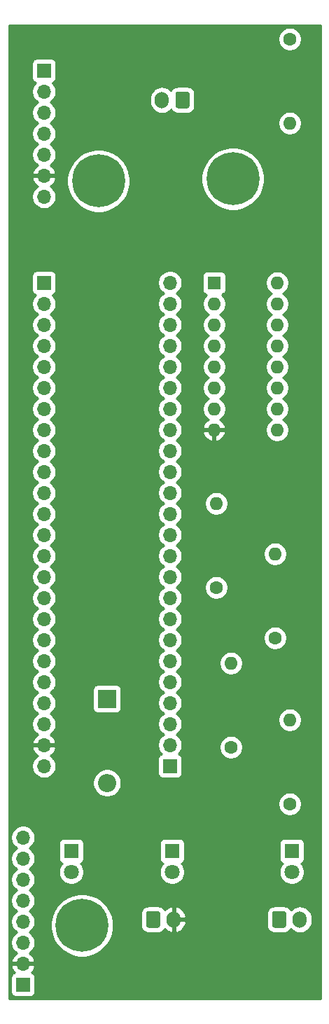
<source format=gbl>
G04 #@! TF.GenerationSoftware,KiCad,Pcbnew,(5.1.10-1-10_14)*
G04 #@! TF.CreationDate,2021-07-19T21:53:09+01:00*
G04 #@! TF.ProjectId,sofbpcb,736f6662-7063-4622-9e6b-696361645f70,1*
G04 #@! TF.SameCoordinates,Original*
G04 #@! TF.FileFunction,Copper,L2,Bot*
G04 #@! TF.FilePolarity,Positive*
%FSLAX46Y46*%
G04 Gerber Fmt 4.6, Leading zero omitted, Abs format (unit mm)*
G04 Created by KiCad (PCBNEW (5.1.10-1-10_14)) date 2021-07-19 21:53:09*
%MOMM*%
%LPD*%
G01*
G04 APERTURE LIST*
G04 #@! TA.AperFunction,ComponentPad*
%ADD10C,6.400000*%
G04 #@! TD*
G04 #@! TA.AperFunction,ComponentPad*
%ADD11R,1.700000X1.700000*%
G04 #@! TD*
G04 #@! TA.AperFunction,ComponentPad*
%ADD12O,1.700000X1.700000*%
G04 #@! TD*
G04 #@! TA.AperFunction,ComponentPad*
%ADD13O,1.700000X2.000000*%
G04 #@! TD*
G04 #@! TA.AperFunction,ComponentPad*
%ADD14C,1.600000*%
G04 #@! TD*
G04 #@! TA.AperFunction,ComponentPad*
%ADD15O,1.600000X1.600000*%
G04 #@! TD*
G04 #@! TA.AperFunction,ComponentPad*
%ADD16R,1.600000X1.600000*%
G04 #@! TD*
G04 #@! TA.AperFunction,ComponentPad*
%ADD17R,2.200000X2.200000*%
G04 #@! TD*
G04 #@! TA.AperFunction,ComponentPad*
%ADD18O,2.200000X2.200000*%
G04 #@! TD*
G04 #@! TA.AperFunction,ComponentPad*
%ADD19R,1.800000X1.800000*%
G04 #@! TD*
G04 #@! TA.AperFunction,ComponentPad*
%ADD20C,1.800000*%
G04 #@! TD*
G04 #@! TA.AperFunction,Conductor*
%ADD21C,0.254000*%
G04 #@! TD*
G04 #@! TA.AperFunction,Conductor*
%ADD22C,0.100000*%
G04 #@! TD*
G04 APERTURE END LIST*
D10*
X127754000Y-55246000D03*
X111500000Y-55500000D03*
X109500000Y-145500000D03*
D11*
X104902000Y-42164000D03*
D12*
X104902000Y-44704000D03*
X104902000Y-47244000D03*
X104902000Y-49784000D03*
X104902000Y-52324000D03*
X104902000Y-54864000D03*
X104902000Y-57404000D03*
D13*
X120610000Y-144780000D03*
G04 #@! TA.AperFunction,ComponentPad*
G36*
G01*
X117260000Y-145530000D02*
X117260000Y-144030000D01*
G75*
G02*
X117510000Y-143780000I250000J0D01*
G01*
X118710000Y-143780000D01*
G75*
G02*
X118960000Y-144030000I0J-250000D01*
G01*
X118960000Y-145530000D01*
G75*
G02*
X118710000Y-145780000I-250000J0D01*
G01*
X117510000Y-145780000D01*
G75*
G02*
X117260000Y-145530000I0J250000D01*
G01*
G37*
G04 #@! TD.AperFunction*
G04 #@! TA.AperFunction,ComponentPad*
G36*
G01*
X122516000Y-44970000D02*
X122516000Y-46470000D01*
G75*
G02*
X122266000Y-46720000I-250000J0D01*
G01*
X121066000Y-46720000D01*
G75*
G02*
X120816000Y-46470000I0J250000D01*
G01*
X120816000Y-44970000D01*
G75*
G02*
X121066000Y-44720000I250000J0D01*
G01*
X122266000Y-44720000D01*
G75*
G02*
X122516000Y-44970000I0J-250000D01*
G01*
G37*
G04 #@! TD.AperFunction*
X119166000Y-45720000D03*
G04 #@! TA.AperFunction,ComponentPad*
G36*
G01*
X132500000Y-145530000D02*
X132500000Y-144030000D01*
G75*
G02*
X132750000Y-143780000I250000J0D01*
G01*
X133950000Y-143780000D01*
G75*
G02*
X134200000Y-144030000I0J-250000D01*
G01*
X134200000Y-145530000D01*
G75*
G02*
X133950000Y-145780000I-250000J0D01*
G01*
X132750000Y-145780000D01*
G75*
G02*
X132500000Y-145530000I0J250000D01*
G01*
G37*
G04 #@! TD.AperFunction*
X135850000Y-144780000D03*
D11*
X104902000Y-67818000D03*
D12*
X104902000Y-70358000D03*
X104902000Y-72898000D03*
X104902000Y-75438000D03*
X104902000Y-77978000D03*
X104902000Y-80518000D03*
X104902000Y-83058000D03*
X104902000Y-85598000D03*
X104902000Y-88138000D03*
X104902000Y-90678000D03*
X104902000Y-93218000D03*
X104902000Y-95758000D03*
X104902000Y-98298000D03*
X104902000Y-100838000D03*
X104902000Y-103378000D03*
X104902000Y-105918000D03*
X104902000Y-108458000D03*
X104902000Y-110998000D03*
X104902000Y-113538000D03*
X104902000Y-116078000D03*
X104902000Y-118618000D03*
X104902000Y-121158000D03*
X104902000Y-123698000D03*
X104902000Y-126238000D03*
X120142000Y-67798000D03*
X120142000Y-70338000D03*
X120142000Y-72878000D03*
X120142000Y-75418000D03*
X120142000Y-77958000D03*
X120142000Y-80498000D03*
X120142000Y-83038000D03*
X120142000Y-85578000D03*
X120142000Y-88118000D03*
X120142000Y-90658000D03*
X120142000Y-93198000D03*
X120142000Y-95738000D03*
X120142000Y-98278000D03*
X120142000Y-100818000D03*
X120142000Y-103358000D03*
X120142000Y-105898000D03*
X120142000Y-108438000D03*
X120142000Y-110978000D03*
X120142000Y-113518000D03*
X120142000Y-116058000D03*
X120142000Y-118598000D03*
X120142000Y-121138000D03*
X120142000Y-123678000D03*
D11*
X120142000Y-126218000D03*
D14*
X134620000Y-38354000D03*
D15*
X134620000Y-48514000D03*
X132842000Y-100584000D03*
D14*
X132842000Y-110744000D03*
X127508000Y-123952000D03*
D15*
X127508000Y-113792000D03*
X125730000Y-94488000D03*
D14*
X125730000Y-104648000D03*
X134620000Y-130810000D03*
D15*
X134620000Y-120650000D03*
D16*
X125476000Y-67818000D03*
D15*
X133096000Y-85598000D03*
X125476000Y-70358000D03*
X133096000Y-83058000D03*
X125476000Y-72898000D03*
X133096000Y-80518000D03*
X125476000Y-75438000D03*
X133096000Y-77978000D03*
X125476000Y-77978000D03*
X133096000Y-75438000D03*
X125476000Y-80518000D03*
X133096000Y-72898000D03*
X125476000Y-83058000D03*
X133096000Y-70358000D03*
X125476000Y-85598000D03*
X133096000Y-67818000D03*
D11*
X102362000Y-152654000D03*
D12*
X102362000Y-150114000D03*
X102362000Y-147574000D03*
X102362000Y-145034000D03*
X102362000Y-142494000D03*
X102362000Y-139954000D03*
X102362000Y-137414000D03*
X102362000Y-134874000D03*
D17*
X112522000Y-118110000D03*
D18*
X112522000Y-128270000D03*
D19*
X134874000Y-136500000D03*
D20*
X134874000Y-139040000D03*
X120396000Y-139040000D03*
D19*
X120396000Y-136500000D03*
X108204000Y-136500000D03*
D20*
X108204000Y-139040000D03*
D21*
X138340001Y-154340000D02*
X100660000Y-154340000D01*
X100660000Y-151804000D01*
X100873928Y-151804000D01*
X100873928Y-153504000D01*
X100886188Y-153628482D01*
X100922498Y-153748180D01*
X100981463Y-153858494D01*
X101060815Y-153955185D01*
X101157506Y-154034537D01*
X101267820Y-154093502D01*
X101387518Y-154129812D01*
X101512000Y-154142072D01*
X103212000Y-154142072D01*
X103336482Y-154129812D01*
X103456180Y-154093502D01*
X103566494Y-154034537D01*
X103663185Y-153955185D01*
X103742537Y-153858494D01*
X103801502Y-153748180D01*
X103837812Y-153628482D01*
X103850072Y-153504000D01*
X103850072Y-151804000D01*
X103837812Y-151679518D01*
X103801502Y-151559820D01*
X103742537Y-151449506D01*
X103663185Y-151352815D01*
X103566494Y-151273463D01*
X103456180Y-151214498D01*
X103375534Y-151190034D01*
X103459588Y-151114269D01*
X103633641Y-150880920D01*
X103758825Y-150618099D01*
X103803476Y-150470890D01*
X103682155Y-150241000D01*
X102489000Y-150241000D01*
X102489000Y-150261000D01*
X102235000Y-150261000D01*
X102235000Y-150241000D01*
X101041845Y-150241000D01*
X100920524Y-150470890D01*
X100965175Y-150618099D01*
X101090359Y-150880920D01*
X101264412Y-151114269D01*
X101348466Y-151190034D01*
X101267820Y-151214498D01*
X101157506Y-151273463D01*
X101060815Y-151352815D01*
X100981463Y-151449506D01*
X100922498Y-151559820D01*
X100886188Y-151679518D01*
X100873928Y-151804000D01*
X100660000Y-151804000D01*
X100660000Y-134727740D01*
X100877000Y-134727740D01*
X100877000Y-135020260D01*
X100934068Y-135307158D01*
X101046010Y-135577411D01*
X101208525Y-135820632D01*
X101415368Y-136027475D01*
X101589760Y-136144000D01*
X101415368Y-136260525D01*
X101208525Y-136467368D01*
X101046010Y-136710589D01*
X100934068Y-136980842D01*
X100877000Y-137267740D01*
X100877000Y-137560260D01*
X100934068Y-137847158D01*
X101046010Y-138117411D01*
X101208525Y-138360632D01*
X101415368Y-138567475D01*
X101589760Y-138684000D01*
X101415368Y-138800525D01*
X101208525Y-139007368D01*
X101046010Y-139250589D01*
X100934068Y-139520842D01*
X100877000Y-139807740D01*
X100877000Y-140100260D01*
X100934068Y-140387158D01*
X101046010Y-140657411D01*
X101208525Y-140900632D01*
X101415368Y-141107475D01*
X101589760Y-141224000D01*
X101415368Y-141340525D01*
X101208525Y-141547368D01*
X101046010Y-141790589D01*
X100934068Y-142060842D01*
X100877000Y-142347740D01*
X100877000Y-142640260D01*
X100934068Y-142927158D01*
X101046010Y-143197411D01*
X101208525Y-143440632D01*
X101415368Y-143647475D01*
X101589760Y-143764000D01*
X101415368Y-143880525D01*
X101208525Y-144087368D01*
X101046010Y-144330589D01*
X100934068Y-144600842D01*
X100877000Y-144887740D01*
X100877000Y-145180260D01*
X100934068Y-145467158D01*
X101046010Y-145737411D01*
X101208525Y-145980632D01*
X101415368Y-146187475D01*
X101589760Y-146304000D01*
X101415368Y-146420525D01*
X101208525Y-146627368D01*
X101046010Y-146870589D01*
X100934068Y-147140842D01*
X100877000Y-147427740D01*
X100877000Y-147720260D01*
X100934068Y-148007158D01*
X101046010Y-148277411D01*
X101208525Y-148520632D01*
X101415368Y-148727475D01*
X101597534Y-148849195D01*
X101480645Y-148918822D01*
X101264412Y-149113731D01*
X101090359Y-149347080D01*
X100965175Y-149609901D01*
X100920524Y-149757110D01*
X101041845Y-149987000D01*
X102235000Y-149987000D01*
X102235000Y-149967000D01*
X102489000Y-149967000D01*
X102489000Y-149987000D01*
X103682155Y-149987000D01*
X103803476Y-149757110D01*
X103758825Y-149609901D01*
X103633641Y-149347080D01*
X103459588Y-149113731D01*
X103243355Y-148918822D01*
X103126466Y-148849195D01*
X103308632Y-148727475D01*
X103515475Y-148520632D01*
X103677990Y-148277411D01*
X103789932Y-148007158D01*
X103847000Y-147720260D01*
X103847000Y-147427740D01*
X103789932Y-147140842D01*
X103677990Y-146870589D01*
X103515475Y-146627368D01*
X103308632Y-146420525D01*
X103134240Y-146304000D01*
X103308632Y-146187475D01*
X103515475Y-145980632D01*
X103677990Y-145737411D01*
X103789932Y-145467158D01*
X103847000Y-145180260D01*
X103847000Y-145122285D01*
X105665000Y-145122285D01*
X105665000Y-145877715D01*
X105812377Y-146618628D01*
X106101467Y-147316554D01*
X106521161Y-147944670D01*
X107055330Y-148478839D01*
X107683446Y-148898533D01*
X108381372Y-149187623D01*
X109122285Y-149335000D01*
X109877715Y-149335000D01*
X110618628Y-149187623D01*
X111316554Y-148898533D01*
X111944670Y-148478839D01*
X112478839Y-147944670D01*
X112898533Y-147316554D01*
X113187623Y-146618628D01*
X113335000Y-145877715D01*
X113335000Y-145122285D01*
X113187623Y-144381372D01*
X113042081Y-144030000D01*
X116621928Y-144030000D01*
X116621928Y-145530000D01*
X116638992Y-145703254D01*
X116689528Y-145869850D01*
X116771595Y-146023386D01*
X116882038Y-146157962D01*
X117016614Y-146268405D01*
X117170150Y-146350472D01*
X117336746Y-146401008D01*
X117510000Y-146418072D01*
X118710000Y-146418072D01*
X118883254Y-146401008D01*
X119049850Y-146350472D01*
X119203386Y-146268405D01*
X119337962Y-146157962D01*
X119448405Y-146023386D01*
X119502914Y-145921407D01*
X119503198Y-145921795D01*
X119717954Y-146118664D01*
X119966991Y-146269854D01*
X120240739Y-146369554D01*
X120253110Y-146371476D01*
X120483000Y-146250155D01*
X120483000Y-144907000D01*
X120737000Y-144907000D01*
X120737000Y-146250155D01*
X120966890Y-146371476D01*
X120979261Y-146369554D01*
X121253009Y-146269854D01*
X121502046Y-146118664D01*
X121716802Y-145921795D01*
X121889025Y-145686812D01*
X122012096Y-145422745D01*
X122081285Y-145139742D01*
X121937232Y-144907000D01*
X120737000Y-144907000D01*
X120483000Y-144907000D01*
X120463000Y-144907000D01*
X120463000Y-144653000D01*
X120483000Y-144653000D01*
X120483000Y-143309845D01*
X120737000Y-143309845D01*
X120737000Y-144653000D01*
X121937232Y-144653000D01*
X122081285Y-144420258D01*
X122012096Y-144137255D01*
X121962109Y-144030000D01*
X131861928Y-144030000D01*
X131861928Y-145530000D01*
X131878992Y-145703254D01*
X131929528Y-145869850D01*
X132011595Y-146023386D01*
X132122038Y-146157962D01*
X132256614Y-146268405D01*
X132410150Y-146350472D01*
X132576746Y-146401008D01*
X132750000Y-146418072D01*
X133950000Y-146418072D01*
X134123254Y-146401008D01*
X134289850Y-146350472D01*
X134443386Y-146268405D01*
X134577962Y-146157962D01*
X134688405Y-146023386D01*
X134742777Y-145921663D01*
X134794866Y-145985134D01*
X135020987Y-146170706D01*
X135278967Y-146308599D01*
X135558890Y-146393513D01*
X135850000Y-146422185D01*
X136141111Y-146393513D01*
X136421034Y-146308599D01*
X136679014Y-146170706D01*
X136905134Y-145985134D01*
X137090706Y-145759014D01*
X137228599Y-145501033D01*
X137313513Y-145221110D01*
X137335000Y-145002949D01*
X137335000Y-144557050D01*
X137313513Y-144338889D01*
X137228599Y-144058966D01*
X137090706Y-143800986D01*
X136905134Y-143574866D01*
X136679013Y-143389294D01*
X136421033Y-143251401D01*
X136141110Y-143166487D01*
X135850000Y-143137815D01*
X135558889Y-143166487D01*
X135278966Y-143251401D01*
X135020986Y-143389294D01*
X134794866Y-143574866D01*
X134742777Y-143638337D01*
X134688405Y-143536614D01*
X134577962Y-143402038D01*
X134443386Y-143291595D01*
X134289850Y-143209528D01*
X134123254Y-143158992D01*
X133950000Y-143141928D01*
X132750000Y-143141928D01*
X132576746Y-143158992D01*
X132410150Y-143209528D01*
X132256614Y-143291595D01*
X132122038Y-143402038D01*
X132011595Y-143536614D01*
X131929528Y-143690150D01*
X131878992Y-143856746D01*
X131861928Y-144030000D01*
X121962109Y-144030000D01*
X121889025Y-143873188D01*
X121716802Y-143638205D01*
X121502046Y-143441336D01*
X121253009Y-143290146D01*
X120979261Y-143190446D01*
X120966890Y-143188524D01*
X120737000Y-143309845D01*
X120483000Y-143309845D01*
X120253110Y-143188524D01*
X120240739Y-143190446D01*
X119966991Y-143290146D01*
X119717954Y-143441336D01*
X119503198Y-143638205D01*
X119502914Y-143638593D01*
X119448405Y-143536614D01*
X119337962Y-143402038D01*
X119203386Y-143291595D01*
X119049850Y-143209528D01*
X118883254Y-143158992D01*
X118710000Y-143141928D01*
X117510000Y-143141928D01*
X117336746Y-143158992D01*
X117170150Y-143209528D01*
X117016614Y-143291595D01*
X116882038Y-143402038D01*
X116771595Y-143536614D01*
X116689528Y-143690150D01*
X116638992Y-143856746D01*
X116621928Y-144030000D01*
X113042081Y-144030000D01*
X112898533Y-143683446D01*
X112478839Y-143055330D01*
X111944670Y-142521161D01*
X111316554Y-142101467D01*
X110618628Y-141812377D01*
X109877715Y-141665000D01*
X109122285Y-141665000D01*
X108381372Y-141812377D01*
X107683446Y-142101467D01*
X107055330Y-142521161D01*
X106521161Y-143055330D01*
X106101467Y-143683446D01*
X105812377Y-144381372D01*
X105665000Y-145122285D01*
X103847000Y-145122285D01*
X103847000Y-144887740D01*
X103789932Y-144600842D01*
X103677990Y-144330589D01*
X103515475Y-144087368D01*
X103308632Y-143880525D01*
X103134240Y-143764000D01*
X103308632Y-143647475D01*
X103515475Y-143440632D01*
X103677990Y-143197411D01*
X103789932Y-142927158D01*
X103847000Y-142640260D01*
X103847000Y-142347740D01*
X103789932Y-142060842D01*
X103677990Y-141790589D01*
X103515475Y-141547368D01*
X103308632Y-141340525D01*
X103134240Y-141224000D01*
X103308632Y-141107475D01*
X103515475Y-140900632D01*
X103677990Y-140657411D01*
X103789932Y-140387158D01*
X103847000Y-140100260D01*
X103847000Y-139807740D01*
X103789932Y-139520842D01*
X103677990Y-139250589D01*
X103515475Y-139007368D01*
X103308632Y-138800525D01*
X103134240Y-138684000D01*
X103308632Y-138567475D01*
X103515475Y-138360632D01*
X103677990Y-138117411D01*
X103789932Y-137847158D01*
X103847000Y-137560260D01*
X103847000Y-137267740D01*
X103789932Y-136980842D01*
X103677990Y-136710589D01*
X103515475Y-136467368D01*
X103308632Y-136260525D01*
X103134240Y-136144000D01*
X103308632Y-136027475D01*
X103515475Y-135820632D01*
X103662896Y-135600000D01*
X106665928Y-135600000D01*
X106665928Y-137400000D01*
X106678188Y-137524482D01*
X106714498Y-137644180D01*
X106773463Y-137754494D01*
X106852815Y-137851185D01*
X106949506Y-137930537D01*
X107059820Y-137989502D01*
X107078127Y-137995056D01*
X107011688Y-138061495D01*
X106843701Y-138312905D01*
X106727989Y-138592257D01*
X106669000Y-138888816D01*
X106669000Y-139191184D01*
X106727989Y-139487743D01*
X106843701Y-139767095D01*
X107011688Y-140018505D01*
X107225495Y-140232312D01*
X107476905Y-140400299D01*
X107756257Y-140516011D01*
X108052816Y-140575000D01*
X108355184Y-140575000D01*
X108651743Y-140516011D01*
X108931095Y-140400299D01*
X109182505Y-140232312D01*
X109396312Y-140018505D01*
X109564299Y-139767095D01*
X109680011Y-139487743D01*
X109739000Y-139191184D01*
X109739000Y-138888816D01*
X109680011Y-138592257D01*
X109564299Y-138312905D01*
X109396312Y-138061495D01*
X109329873Y-137995056D01*
X109348180Y-137989502D01*
X109458494Y-137930537D01*
X109555185Y-137851185D01*
X109634537Y-137754494D01*
X109693502Y-137644180D01*
X109729812Y-137524482D01*
X109742072Y-137400000D01*
X109742072Y-135600000D01*
X118857928Y-135600000D01*
X118857928Y-137400000D01*
X118870188Y-137524482D01*
X118906498Y-137644180D01*
X118965463Y-137754494D01*
X119044815Y-137851185D01*
X119141506Y-137930537D01*
X119251820Y-137989502D01*
X119270127Y-137995056D01*
X119203688Y-138061495D01*
X119035701Y-138312905D01*
X118919989Y-138592257D01*
X118861000Y-138888816D01*
X118861000Y-139191184D01*
X118919989Y-139487743D01*
X119035701Y-139767095D01*
X119203688Y-140018505D01*
X119417495Y-140232312D01*
X119668905Y-140400299D01*
X119948257Y-140516011D01*
X120244816Y-140575000D01*
X120547184Y-140575000D01*
X120843743Y-140516011D01*
X121123095Y-140400299D01*
X121374505Y-140232312D01*
X121588312Y-140018505D01*
X121756299Y-139767095D01*
X121872011Y-139487743D01*
X121931000Y-139191184D01*
X121931000Y-138888816D01*
X121872011Y-138592257D01*
X121756299Y-138312905D01*
X121588312Y-138061495D01*
X121521873Y-137995056D01*
X121540180Y-137989502D01*
X121650494Y-137930537D01*
X121747185Y-137851185D01*
X121826537Y-137754494D01*
X121885502Y-137644180D01*
X121921812Y-137524482D01*
X121934072Y-137400000D01*
X121934072Y-135600000D01*
X133335928Y-135600000D01*
X133335928Y-137400000D01*
X133348188Y-137524482D01*
X133384498Y-137644180D01*
X133443463Y-137754494D01*
X133522815Y-137851185D01*
X133619506Y-137930537D01*
X133729820Y-137989502D01*
X133748127Y-137995056D01*
X133681688Y-138061495D01*
X133513701Y-138312905D01*
X133397989Y-138592257D01*
X133339000Y-138888816D01*
X133339000Y-139191184D01*
X133397989Y-139487743D01*
X133513701Y-139767095D01*
X133681688Y-140018505D01*
X133895495Y-140232312D01*
X134146905Y-140400299D01*
X134426257Y-140516011D01*
X134722816Y-140575000D01*
X135025184Y-140575000D01*
X135321743Y-140516011D01*
X135601095Y-140400299D01*
X135852505Y-140232312D01*
X136066312Y-140018505D01*
X136234299Y-139767095D01*
X136350011Y-139487743D01*
X136409000Y-139191184D01*
X136409000Y-138888816D01*
X136350011Y-138592257D01*
X136234299Y-138312905D01*
X136066312Y-138061495D01*
X135999873Y-137995056D01*
X136018180Y-137989502D01*
X136128494Y-137930537D01*
X136225185Y-137851185D01*
X136304537Y-137754494D01*
X136363502Y-137644180D01*
X136399812Y-137524482D01*
X136412072Y-137400000D01*
X136412072Y-135600000D01*
X136399812Y-135475518D01*
X136363502Y-135355820D01*
X136304537Y-135245506D01*
X136225185Y-135148815D01*
X136128494Y-135069463D01*
X136018180Y-135010498D01*
X135898482Y-134974188D01*
X135774000Y-134961928D01*
X133974000Y-134961928D01*
X133849518Y-134974188D01*
X133729820Y-135010498D01*
X133619506Y-135069463D01*
X133522815Y-135148815D01*
X133443463Y-135245506D01*
X133384498Y-135355820D01*
X133348188Y-135475518D01*
X133335928Y-135600000D01*
X121934072Y-135600000D01*
X121921812Y-135475518D01*
X121885502Y-135355820D01*
X121826537Y-135245506D01*
X121747185Y-135148815D01*
X121650494Y-135069463D01*
X121540180Y-135010498D01*
X121420482Y-134974188D01*
X121296000Y-134961928D01*
X119496000Y-134961928D01*
X119371518Y-134974188D01*
X119251820Y-135010498D01*
X119141506Y-135069463D01*
X119044815Y-135148815D01*
X118965463Y-135245506D01*
X118906498Y-135355820D01*
X118870188Y-135475518D01*
X118857928Y-135600000D01*
X109742072Y-135600000D01*
X109729812Y-135475518D01*
X109693502Y-135355820D01*
X109634537Y-135245506D01*
X109555185Y-135148815D01*
X109458494Y-135069463D01*
X109348180Y-135010498D01*
X109228482Y-134974188D01*
X109104000Y-134961928D01*
X107304000Y-134961928D01*
X107179518Y-134974188D01*
X107059820Y-135010498D01*
X106949506Y-135069463D01*
X106852815Y-135148815D01*
X106773463Y-135245506D01*
X106714498Y-135355820D01*
X106678188Y-135475518D01*
X106665928Y-135600000D01*
X103662896Y-135600000D01*
X103677990Y-135577411D01*
X103789932Y-135307158D01*
X103847000Y-135020260D01*
X103847000Y-134727740D01*
X103789932Y-134440842D01*
X103677990Y-134170589D01*
X103515475Y-133927368D01*
X103308632Y-133720525D01*
X103065411Y-133558010D01*
X102795158Y-133446068D01*
X102508260Y-133389000D01*
X102215740Y-133389000D01*
X101928842Y-133446068D01*
X101658589Y-133558010D01*
X101415368Y-133720525D01*
X101208525Y-133927368D01*
X101046010Y-134170589D01*
X100934068Y-134440842D01*
X100877000Y-134727740D01*
X100660000Y-134727740D01*
X100660000Y-130668665D01*
X133185000Y-130668665D01*
X133185000Y-130951335D01*
X133240147Y-131228574D01*
X133348320Y-131489727D01*
X133505363Y-131724759D01*
X133705241Y-131924637D01*
X133940273Y-132081680D01*
X134201426Y-132189853D01*
X134478665Y-132245000D01*
X134761335Y-132245000D01*
X135038574Y-132189853D01*
X135299727Y-132081680D01*
X135534759Y-131924637D01*
X135734637Y-131724759D01*
X135891680Y-131489727D01*
X135999853Y-131228574D01*
X136055000Y-130951335D01*
X136055000Y-130668665D01*
X135999853Y-130391426D01*
X135891680Y-130130273D01*
X135734637Y-129895241D01*
X135534759Y-129695363D01*
X135299727Y-129538320D01*
X135038574Y-129430147D01*
X134761335Y-129375000D01*
X134478665Y-129375000D01*
X134201426Y-129430147D01*
X133940273Y-129538320D01*
X133705241Y-129695363D01*
X133505363Y-129895241D01*
X133348320Y-130130273D01*
X133240147Y-130391426D01*
X133185000Y-130668665D01*
X100660000Y-130668665D01*
X100660000Y-128099117D01*
X110787000Y-128099117D01*
X110787000Y-128440883D01*
X110853675Y-128776081D01*
X110984463Y-129091831D01*
X111174337Y-129375998D01*
X111416002Y-129617663D01*
X111700169Y-129807537D01*
X112015919Y-129938325D01*
X112351117Y-130005000D01*
X112692883Y-130005000D01*
X113028081Y-129938325D01*
X113343831Y-129807537D01*
X113627998Y-129617663D01*
X113869663Y-129375998D01*
X114059537Y-129091831D01*
X114190325Y-128776081D01*
X114257000Y-128440883D01*
X114257000Y-128099117D01*
X114190325Y-127763919D01*
X114059537Y-127448169D01*
X113869663Y-127164002D01*
X113627998Y-126922337D01*
X113343831Y-126732463D01*
X113028081Y-126601675D01*
X112692883Y-126535000D01*
X112351117Y-126535000D01*
X112015919Y-126601675D01*
X111700169Y-126732463D01*
X111416002Y-126922337D01*
X111174337Y-127164002D01*
X110984463Y-127448169D01*
X110853675Y-127763919D01*
X110787000Y-128099117D01*
X100660000Y-128099117D01*
X100660000Y-126091740D01*
X103417000Y-126091740D01*
X103417000Y-126384260D01*
X103474068Y-126671158D01*
X103586010Y-126941411D01*
X103748525Y-127184632D01*
X103955368Y-127391475D01*
X104198589Y-127553990D01*
X104468842Y-127665932D01*
X104755740Y-127723000D01*
X105048260Y-127723000D01*
X105335158Y-127665932D01*
X105605411Y-127553990D01*
X105848632Y-127391475D01*
X106055475Y-127184632D01*
X106217990Y-126941411D01*
X106329932Y-126671158D01*
X106387000Y-126384260D01*
X106387000Y-126091740D01*
X106329932Y-125804842D01*
X106217990Y-125534589D01*
X106106679Y-125368000D01*
X118653928Y-125368000D01*
X118653928Y-127068000D01*
X118666188Y-127192482D01*
X118702498Y-127312180D01*
X118761463Y-127422494D01*
X118840815Y-127519185D01*
X118937506Y-127598537D01*
X119047820Y-127657502D01*
X119167518Y-127693812D01*
X119292000Y-127706072D01*
X120992000Y-127706072D01*
X121116482Y-127693812D01*
X121236180Y-127657502D01*
X121346494Y-127598537D01*
X121443185Y-127519185D01*
X121522537Y-127422494D01*
X121581502Y-127312180D01*
X121617812Y-127192482D01*
X121630072Y-127068000D01*
X121630072Y-125368000D01*
X121617812Y-125243518D01*
X121581502Y-125123820D01*
X121522537Y-125013506D01*
X121443185Y-124916815D01*
X121346494Y-124837463D01*
X121236180Y-124778498D01*
X121163620Y-124756487D01*
X121295475Y-124624632D01*
X121457990Y-124381411D01*
X121569932Y-124111158D01*
X121627000Y-123824260D01*
X121627000Y-123810665D01*
X126073000Y-123810665D01*
X126073000Y-124093335D01*
X126128147Y-124370574D01*
X126236320Y-124631727D01*
X126393363Y-124866759D01*
X126593241Y-125066637D01*
X126828273Y-125223680D01*
X127089426Y-125331853D01*
X127366665Y-125387000D01*
X127649335Y-125387000D01*
X127926574Y-125331853D01*
X128187727Y-125223680D01*
X128422759Y-125066637D01*
X128622637Y-124866759D01*
X128779680Y-124631727D01*
X128887853Y-124370574D01*
X128943000Y-124093335D01*
X128943000Y-123810665D01*
X128887853Y-123533426D01*
X128779680Y-123272273D01*
X128622637Y-123037241D01*
X128422759Y-122837363D01*
X128187727Y-122680320D01*
X127926574Y-122572147D01*
X127649335Y-122517000D01*
X127366665Y-122517000D01*
X127089426Y-122572147D01*
X126828273Y-122680320D01*
X126593241Y-122837363D01*
X126393363Y-123037241D01*
X126236320Y-123272273D01*
X126128147Y-123533426D01*
X126073000Y-123810665D01*
X121627000Y-123810665D01*
X121627000Y-123531740D01*
X121569932Y-123244842D01*
X121457990Y-122974589D01*
X121295475Y-122731368D01*
X121088632Y-122524525D01*
X120914240Y-122408000D01*
X121088632Y-122291475D01*
X121295475Y-122084632D01*
X121457990Y-121841411D01*
X121569932Y-121571158D01*
X121627000Y-121284260D01*
X121627000Y-120991740D01*
X121569932Y-120704842D01*
X121488674Y-120508665D01*
X133185000Y-120508665D01*
X133185000Y-120791335D01*
X133240147Y-121068574D01*
X133348320Y-121329727D01*
X133505363Y-121564759D01*
X133705241Y-121764637D01*
X133940273Y-121921680D01*
X134201426Y-122029853D01*
X134478665Y-122085000D01*
X134761335Y-122085000D01*
X135038574Y-122029853D01*
X135299727Y-121921680D01*
X135534759Y-121764637D01*
X135734637Y-121564759D01*
X135891680Y-121329727D01*
X135999853Y-121068574D01*
X136055000Y-120791335D01*
X136055000Y-120508665D01*
X135999853Y-120231426D01*
X135891680Y-119970273D01*
X135734637Y-119735241D01*
X135534759Y-119535363D01*
X135299727Y-119378320D01*
X135038574Y-119270147D01*
X134761335Y-119215000D01*
X134478665Y-119215000D01*
X134201426Y-119270147D01*
X133940273Y-119378320D01*
X133705241Y-119535363D01*
X133505363Y-119735241D01*
X133348320Y-119970273D01*
X133240147Y-120231426D01*
X133185000Y-120508665D01*
X121488674Y-120508665D01*
X121457990Y-120434589D01*
X121295475Y-120191368D01*
X121088632Y-119984525D01*
X120914240Y-119868000D01*
X121088632Y-119751475D01*
X121295475Y-119544632D01*
X121457990Y-119301411D01*
X121569932Y-119031158D01*
X121627000Y-118744260D01*
X121627000Y-118451740D01*
X121569932Y-118164842D01*
X121457990Y-117894589D01*
X121295475Y-117651368D01*
X121088632Y-117444525D01*
X120914240Y-117328000D01*
X121088632Y-117211475D01*
X121295475Y-117004632D01*
X121457990Y-116761411D01*
X121569932Y-116491158D01*
X121627000Y-116204260D01*
X121627000Y-115911740D01*
X121569932Y-115624842D01*
X121457990Y-115354589D01*
X121295475Y-115111368D01*
X121088632Y-114904525D01*
X120914240Y-114788000D01*
X121088632Y-114671475D01*
X121295475Y-114464632D01*
X121457990Y-114221411D01*
X121569932Y-113951158D01*
X121627000Y-113664260D01*
X121627000Y-113650665D01*
X126073000Y-113650665D01*
X126073000Y-113933335D01*
X126128147Y-114210574D01*
X126236320Y-114471727D01*
X126393363Y-114706759D01*
X126593241Y-114906637D01*
X126828273Y-115063680D01*
X127089426Y-115171853D01*
X127366665Y-115227000D01*
X127649335Y-115227000D01*
X127926574Y-115171853D01*
X128187727Y-115063680D01*
X128422759Y-114906637D01*
X128622637Y-114706759D01*
X128779680Y-114471727D01*
X128887853Y-114210574D01*
X128943000Y-113933335D01*
X128943000Y-113650665D01*
X128887853Y-113373426D01*
X128779680Y-113112273D01*
X128622637Y-112877241D01*
X128422759Y-112677363D01*
X128187727Y-112520320D01*
X127926574Y-112412147D01*
X127649335Y-112357000D01*
X127366665Y-112357000D01*
X127089426Y-112412147D01*
X126828273Y-112520320D01*
X126593241Y-112677363D01*
X126393363Y-112877241D01*
X126236320Y-113112273D01*
X126128147Y-113373426D01*
X126073000Y-113650665D01*
X121627000Y-113650665D01*
X121627000Y-113371740D01*
X121569932Y-113084842D01*
X121457990Y-112814589D01*
X121295475Y-112571368D01*
X121088632Y-112364525D01*
X120914240Y-112248000D01*
X121088632Y-112131475D01*
X121295475Y-111924632D01*
X121457990Y-111681411D01*
X121569932Y-111411158D01*
X121627000Y-111124260D01*
X121627000Y-110831740D01*
X121581434Y-110602665D01*
X131407000Y-110602665D01*
X131407000Y-110885335D01*
X131462147Y-111162574D01*
X131570320Y-111423727D01*
X131727363Y-111658759D01*
X131927241Y-111858637D01*
X132162273Y-112015680D01*
X132423426Y-112123853D01*
X132700665Y-112179000D01*
X132983335Y-112179000D01*
X133260574Y-112123853D01*
X133521727Y-112015680D01*
X133756759Y-111858637D01*
X133956637Y-111658759D01*
X134113680Y-111423727D01*
X134221853Y-111162574D01*
X134277000Y-110885335D01*
X134277000Y-110602665D01*
X134221853Y-110325426D01*
X134113680Y-110064273D01*
X133956637Y-109829241D01*
X133756759Y-109629363D01*
X133521727Y-109472320D01*
X133260574Y-109364147D01*
X132983335Y-109309000D01*
X132700665Y-109309000D01*
X132423426Y-109364147D01*
X132162273Y-109472320D01*
X131927241Y-109629363D01*
X131727363Y-109829241D01*
X131570320Y-110064273D01*
X131462147Y-110325426D01*
X131407000Y-110602665D01*
X121581434Y-110602665D01*
X121569932Y-110544842D01*
X121457990Y-110274589D01*
X121295475Y-110031368D01*
X121088632Y-109824525D01*
X120914240Y-109708000D01*
X121088632Y-109591475D01*
X121295475Y-109384632D01*
X121457990Y-109141411D01*
X121569932Y-108871158D01*
X121627000Y-108584260D01*
X121627000Y-108291740D01*
X121569932Y-108004842D01*
X121457990Y-107734589D01*
X121295475Y-107491368D01*
X121088632Y-107284525D01*
X120914240Y-107168000D01*
X121088632Y-107051475D01*
X121295475Y-106844632D01*
X121457990Y-106601411D01*
X121569932Y-106331158D01*
X121627000Y-106044260D01*
X121627000Y-105751740D01*
X121569932Y-105464842D01*
X121457990Y-105194589D01*
X121295475Y-104951368D01*
X121088632Y-104744525D01*
X120914240Y-104628000D01*
X121088632Y-104511475D01*
X121093442Y-104506665D01*
X124295000Y-104506665D01*
X124295000Y-104789335D01*
X124350147Y-105066574D01*
X124458320Y-105327727D01*
X124615363Y-105562759D01*
X124815241Y-105762637D01*
X125050273Y-105919680D01*
X125311426Y-106027853D01*
X125588665Y-106083000D01*
X125871335Y-106083000D01*
X126148574Y-106027853D01*
X126409727Y-105919680D01*
X126644759Y-105762637D01*
X126844637Y-105562759D01*
X127001680Y-105327727D01*
X127109853Y-105066574D01*
X127165000Y-104789335D01*
X127165000Y-104506665D01*
X127109853Y-104229426D01*
X127001680Y-103968273D01*
X126844637Y-103733241D01*
X126644759Y-103533363D01*
X126409727Y-103376320D01*
X126148574Y-103268147D01*
X125871335Y-103213000D01*
X125588665Y-103213000D01*
X125311426Y-103268147D01*
X125050273Y-103376320D01*
X124815241Y-103533363D01*
X124615363Y-103733241D01*
X124458320Y-103968273D01*
X124350147Y-104229426D01*
X124295000Y-104506665D01*
X121093442Y-104506665D01*
X121295475Y-104304632D01*
X121457990Y-104061411D01*
X121569932Y-103791158D01*
X121627000Y-103504260D01*
X121627000Y-103211740D01*
X121569932Y-102924842D01*
X121457990Y-102654589D01*
X121295475Y-102411368D01*
X121088632Y-102204525D01*
X120914240Y-102088000D01*
X121088632Y-101971475D01*
X121295475Y-101764632D01*
X121457990Y-101521411D01*
X121569932Y-101251158D01*
X121627000Y-100964260D01*
X121627000Y-100671740D01*
X121581434Y-100442665D01*
X131407000Y-100442665D01*
X131407000Y-100725335D01*
X131462147Y-101002574D01*
X131570320Y-101263727D01*
X131727363Y-101498759D01*
X131927241Y-101698637D01*
X132162273Y-101855680D01*
X132423426Y-101963853D01*
X132700665Y-102019000D01*
X132983335Y-102019000D01*
X133260574Y-101963853D01*
X133521727Y-101855680D01*
X133756759Y-101698637D01*
X133956637Y-101498759D01*
X134113680Y-101263727D01*
X134221853Y-101002574D01*
X134277000Y-100725335D01*
X134277000Y-100442665D01*
X134221853Y-100165426D01*
X134113680Y-99904273D01*
X133956637Y-99669241D01*
X133756759Y-99469363D01*
X133521727Y-99312320D01*
X133260574Y-99204147D01*
X132983335Y-99149000D01*
X132700665Y-99149000D01*
X132423426Y-99204147D01*
X132162273Y-99312320D01*
X131927241Y-99469363D01*
X131727363Y-99669241D01*
X131570320Y-99904273D01*
X131462147Y-100165426D01*
X131407000Y-100442665D01*
X121581434Y-100442665D01*
X121569932Y-100384842D01*
X121457990Y-100114589D01*
X121295475Y-99871368D01*
X121088632Y-99664525D01*
X120914240Y-99548000D01*
X121088632Y-99431475D01*
X121295475Y-99224632D01*
X121457990Y-98981411D01*
X121569932Y-98711158D01*
X121627000Y-98424260D01*
X121627000Y-98131740D01*
X121569932Y-97844842D01*
X121457990Y-97574589D01*
X121295475Y-97331368D01*
X121088632Y-97124525D01*
X120914240Y-97008000D01*
X121088632Y-96891475D01*
X121295475Y-96684632D01*
X121457990Y-96441411D01*
X121569932Y-96171158D01*
X121627000Y-95884260D01*
X121627000Y-95591740D01*
X121569932Y-95304842D01*
X121457990Y-95034589D01*
X121295475Y-94791368D01*
X121088632Y-94584525D01*
X120914240Y-94468000D01*
X121088632Y-94351475D01*
X121093442Y-94346665D01*
X124295000Y-94346665D01*
X124295000Y-94629335D01*
X124350147Y-94906574D01*
X124458320Y-95167727D01*
X124615363Y-95402759D01*
X124815241Y-95602637D01*
X125050273Y-95759680D01*
X125311426Y-95867853D01*
X125588665Y-95923000D01*
X125871335Y-95923000D01*
X126148574Y-95867853D01*
X126409727Y-95759680D01*
X126644759Y-95602637D01*
X126844637Y-95402759D01*
X127001680Y-95167727D01*
X127109853Y-94906574D01*
X127165000Y-94629335D01*
X127165000Y-94346665D01*
X127109853Y-94069426D01*
X127001680Y-93808273D01*
X126844637Y-93573241D01*
X126644759Y-93373363D01*
X126409727Y-93216320D01*
X126148574Y-93108147D01*
X125871335Y-93053000D01*
X125588665Y-93053000D01*
X125311426Y-93108147D01*
X125050273Y-93216320D01*
X124815241Y-93373363D01*
X124615363Y-93573241D01*
X124458320Y-93808273D01*
X124350147Y-94069426D01*
X124295000Y-94346665D01*
X121093442Y-94346665D01*
X121295475Y-94144632D01*
X121457990Y-93901411D01*
X121569932Y-93631158D01*
X121627000Y-93344260D01*
X121627000Y-93051740D01*
X121569932Y-92764842D01*
X121457990Y-92494589D01*
X121295475Y-92251368D01*
X121088632Y-92044525D01*
X120914240Y-91928000D01*
X121088632Y-91811475D01*
X121295475Y-91604632D01*
X121457990Y-91361411D01*
X121569932Y-91091158D01*
X121627000Y-90804260D01*
X121627000Y-90511740D01*
X121569932Y-90224842D01*
X121457990Y-89954589D01*
X121295475Y-89711368D01*
X121088632Y-89504525D01*
X120914240Y-89388000D01*
X121088632Y-89271475D01*
X121295475Y-89064632D01*
X121457990Y-88821411D01*
X121569932Y-88551158D01*
X121627000Y-88264260D01*
X121627000Y-87971740D01*
X121569932Y-87684842D01*
X121457990Y-87414589D01*
X121295475Y-87171368D01*
X121088632Y-86964525D01*
X120914240Y-86848000D01*
X121088632Y-86731475D01*
X121295475Y-86524632D01*
X121457990Y-86281411D01*
X121569932Y-86011158D01*
X121582686Y-85947039D01*
X124084096Y-85947039D01*
X124124754Y-86081087D01*
X124244963Y-86335420D01*
X124412481Y-86561414D01*
X124620869Y-86750385D01*
X124862119Y-86895070D01*
X125126960Y-86989909D01*
X125349000Y-86868624D01*
X125349000Y-85725000D01*
X125603000Y-85725000D01*
X125603000Y-86868624D01*
X125825040Y-86989909D01*
X126089881Y-86895070D01*
X126331131Y-86750385D01*
X126539519Y-86561414D01*
X126707037Y-86335420D01*
X126827246Y-86081087D01*
X126867904Y-85947039D01*
X126745915Y-85725000D01*
X125603000Y-85725000D01*
X125349000Y-85725000D01*
X124206085Y-85725000D01*
X124084096Y-85947039D01*
X121582686Y-85947039D01*
X121627000Y-85724260D01*
X121627000Y-85431740D01*
X121569932Y-85144842D01*
X121457990Y-84874589D01*
X121295475Y-84631368D01*
X121088632Y-84424525D01*
X120914240Y-84308000D01*
X121088632Y-84191475D01*
X121295475Y-83984632D01*
X121457990Y-83741411D01*
X121569932Y-83471158D01*
X121627000Y-83184260D01*
X121627000Y-82891740D01*
X121569932Y-82604842D01*
X121457990Y-82334589D01*
X121295475Y-82091368D01*
X121088632Y-81884525D01*
X120914240Y-81768000D01*
X121088632Y-81651475D01*
X121295475Y-81444632D01*
X121457990Y-81201411D01*
X121569932Y-80931158D01*
X121627000Y-80644260D01*
X121627000Y-80351740D01*
X121569932Y-80064842D01*
X121457990Y-79794589D01*
X121295475Y-79551368D01*
X121088632Y-79344525D01*
X120914240Y-79228000D01*
X121088632Y-79111475D01*
X121295475Y-78904632D01*
X121457990Y-78661411D01*
X121569932Y-78391158D01*
X121627000Y-78104260D01*
X121627000Y-77811740D01*
X121569932Y-77524842D01*
X121457990Y-77254589D01*
X121295475Y-77011368D01*
X121088632Y-76804525D01*
X120914240Y-76688000D01*
X121088632Y-76571475D01*
X121295475Y-76364632D01*
X121457990Y-76121411D01*
X121569932Y-75851158D01*
X121627000Y-75564260D01*
X121627000Y-75271740D01*
X121569932Y-74984842D01*
X121457990Y-74714589D01*
X121295475Y-74471368D01*
X121088632Y-74264525D01*
X120914240Y-74148000D01*
X121088632Y-74031475D01*
X121295475Y-73824632D01*
X121457990Y-73581411D01*
X121569932Y-73311158D01*
X121627000Y-73024260D01*
X121627000Y-72731740D01*
X121569932Y-72444842D01*
X121457990Y-72174589D01*
X121295475Y-71931368D01*
X121088632Y-71724525D01*
X120914240Y-71608000D01*
X121088632Y-71491475D01*
X121295475Y-71284632D01*
X121457990Y-71041411D01*
X121569932Y-70771158D01*
X121627000Y-70484260D01*
X121627000Y-70191740D01*
X121569932Y-69904842D01*
X121457990Y-69634589D01*
X121295475Y-69391368D01*
X121088632Y-69184525D01*
X120914240Y-69068000D01*
X121088632Y-68951475D01*
X121295475Y-68744632D01*
X121457990Y-68501411D01*
X121569932Y-68231158D01*
X121627000Y-67944260D01*
X121627000Y-67651740D01*
X121569932Y-67364842D01*
X121457990Y-67094589D01*
X121406815Y-67018000D01*
X124037928Y-67018000D01*
X124037928Y-68618000D01*
X124050188Y-68742482D01*
X124086498Y-68862180D01*
X124145463Y-68972494D01*
X124224815Y-69069185D01*
X124321506Y-69148537D01*
X124431820Y-69207502D01*
X124551518Y-69243812D01*
X124559961Y-69244643D01*
X124361363Y-69443241D01*
X124204320Y-69678273D01*
X124096147Y-69939426D01*
X124041000Y-70216665D01*
X124041000Y-70499335D01*
X124096147Y-70776574D01*
X124204320Y-71037727D01*
X124361363Y-71272759D01*
X124561241Y-71472637D01*
X124793759Y-71628000D01*
X124561241Y-71783363D01*
X124361363Y-71983241D01*
X124204320Y-72218273D01*
X124096147Y-72479426D01*
X124041000Y-72756665D01*
X124041000Y-73039335D01*
X124096147Y-73316574D01*
X124204320Y-73577727D01*
X124361363Y-73812759D01*
X124561241Y-74012637D01*
X124793759Y-74168000D01*
X124561241Y-74323363D01*
X124361363Y-74523241D01*
X124204320Y-74758273D01*
X124096147Y-75019426D01*
X124041000Y-75296665D01*
X124041000Y-75579335D01*
X124096147Y-75856574D01*
X124204320Y-76117727D01*
X124361363Y-76352759D01*
X124561241Y-76552637D01*
X124793759Y-76708000D01*
X124561241Y-76863363D01*
X124361363Y-77063241D01*
X124204320Y-77298273D01*
X124096147Y-77559426D01*
X124041000Y-77836665D01*
X124041000Y-78119335D01*
X124096147Y-78396574D01*
X124204320Y-78657727D01*
X124361363Y-78892759D01*
X124561241Y-79092637D01*
X124793759Y-79248000D01*
X124561241Y-79403363D01*
X124361363Y-79603241D01*
X124204320Y-79838273D01*
X124096147Y-80099426D01*
X124041000Y-80376665D01*
X124041000Y-80659335D01*
X124096147Y-80936574D01*
X124204320Y-81197727D01*
X124361363Y-81432759D01*
X124561241Y-81632637D01*
X124793759Y-81788000D01*
X124561241Y-81943363D01*
X124361363Y-82143241D01*
X124204320Y-82378273D01*
X124096147Y-82639426D01*
X124041000Y-82916665D01*
X124041000Y-83199335D01*
X124096147Y-83476574D01*
X124204320Y-83737727D01*
X124361363Y-83972759D01*
X124561241Y-84172637D01*
X124796273Y-84329680D01*
X124806865Y-84334067D01*
X124620869Y-84445615D01*
X124412481Y-84634586D01*
X124244963Y-84860580D01*
X124124754Y-85114913D01*
X124084096Y-85248961D01*
X124206085Y-85471000D01*
X125349000Y-85471000D01*
X125349000Y-85451000D01*
X125603000Y-85451000D01*
X125603000Y-85471000D01*
X126745915Y-85471000D01*
X126867904Y-85248961D01*
X126827246Y-85114913D01*
X126707037Y-84860580D01*
X126539519Y-84634586D01*
X126331131Y-84445615D01*
X126145135Y-84334067D01*
X126155727Y-84329680D01*
X126390759Y-84172637D01*
X126590637Y-83972759D01*
X126747680Y-83737727D01*
X126855853Y-83476574D01*
X126911000Y-83199335D01*
X126911000Y-82916665D01*
X126855853Y-82639426D01*
X126747680Y-82378273D01*
X126590637Y-82143241D01*
X126390759Y-81943363D01*
X126158241Y-81788000D01*
X126390759Y-81632637D01*
X126590637Y-81432759D01*
X126747680Y-81197727D01*
X126855853Y-80936574D01*
X126911000Y-80659335D01*
X126911000Y-80376665D01*
X126855853Y-80099426D01*
X126747680Y-79838273D01*
X126590637Y-79603241D01*
X126390759Y-79403363D01*
X126158241Y-79248000D01*
X126390759Y-79092637D01*
X126590637Y-78892759D01*
X126747680Y-78657727D01*
X126855853Y-78396574D01*
X126911000Y-78119335D01*
X126911000Y-77836665D01*
X126855853Y-77559426D01*
X126747680Y-77298273D01*
X126590637Y-77063241D01*
X126390759Y-76863363D01*
X126158241Y-76708000D01*
X126390759Y-76552637D01*
X126590637Y-76352759D01*
X126747680Y-76117727D01*
X126855853Y-75856574D01*
X126911000Y-75579335D01*
X126911000Y-75296665D01*
X126855853Y-75019426D01*
X126747680Y-74758273D01*
X126590637Y-74523241D01*
X126390759Y-74323363D01*
X126158241Y-74168000D01*
X126390759Y-74012637D01*
X126590637Y-73812759D01*
X126747680Y-73577727D01*
X126855853Y-73316574D01*
X126911000Y-73039335D01*
X126911000Y-72756665D01*
X126855853Y-72479426D01*
X126747680Y-72218273D01*
X126590637Y-71983241D01*
X126390759Y-71783363D01*
X126158241Y-71628000D01*
X126390759Y-71472637D01*
X126590637Y-71272759D01*
X126747680Y-71037727D01*
X126855853Y-70776574D01*
X126911000Y-70499335D01*
X126911000Y-70216665D01*
X126855853Y-69939426D01*
X126747680Y-69678273D01*
X126590637Y-69443241D01*
X126392039Y-69244643D01*
X126400482Y-69243812D01*
X126520180Y-69207502D01*
X126630494Y-69148537D01*
X126727185Y-69069185D01*
X126806537Y-68972494D01*
X126865502Y-68862180D01*
X126901812Y-68742482D01*
X126914072Y-68618000D01*
X126914072Y-67676665D01*
X131661000Y-67676665D01*
X131661000Y-67959335D01*
X131716147Y-68236574D01*
X131824320Y-68497727D01*
X131981363Y-68732759D01*
X132181241Y-68932637D01*
X132413759Y-69088000D01*
X132181241Y-69243363D01*
X131981363Y-69443241D01*
X131824320Y-69678273D01*
X131716147Y-69939426D01*
X131661000Y-70216665D01*
X131661000Y-70499335D01*
X131716147Y-70776574D01*
X131824320Y-71037727D01*
X131981363Y-71272759D01*
X132181241Y-71472637D01*
X132413759Y-71628000D01*
X132181241Y-71783363D01*
X131981363Y-71983241D01*
X131824320Y-72218273D01*
X131716147Y-72479426D01*
X131661000Y-72756665D01*
X131661000Y-73039335D01*
X131716147Y-73316574D01*
X131824320Y-73577727D01*
X131981363Y-73812759D01*
X132181241Y-74012637D01*
X132413759Y-74168000D01*
X132181241Y-74323363D01*
X131981363Y-74523241D01*
X131824320Y-74758273D01*
X131716147Y-75019426D01*
X131661000Y-75296665D01*
X131661000Y-75579335D01*
X131716147Y-75856574D01*
X131824320Y-76117727D01*
X131981363Y-76352759D01*
X132181241Y-76552637D01*
X132413759Y-76708000D01*
X132181241Y-76863363D01*
X131981363Y-77063241D01*
X131824320Y-77298273D01*
X131716147Y-77559426D01*
X131661000Y-77836665D01*
X131661000Y-78119335D01*
X131716147Y-78396574D01*
X131824320Y-78657727D01*
X131981363Y-78892759D01*
X132181241Y-79092637D01*
X132413759Y-79248000D01*
X132181241Y-79403363D01*
X131981363Y-79603241D01*
X131824320Y-79838273D01*
X131716147Y-80099426D01*
X131661000Y-80376665D01*
X131661000Y-80659335D01*
X131716147Y-80936574D01*
X131824320Y-81197727D01*
X131981363Y-81432759D01*
X132181241Y-81632637D01*
X132413759Y-81788000D01*
X132181241Y-81943363D01*
X131981363Y-82143241D01*
X131824320Y-82378273D01*
X131716147Y-82639426D01*
X131661000Y-82916665D01*
X131661000Y-83199335D01*
X131716147Y-83476574D01*
X131824320Y-83737727D01*
X131981363Y-83972759D01*
X132181241Y-84172637D01*
X132413759Y-84328000D01*
X132181241Y-84483363D01*
X131981363Y-84683241D01*
X131824320Y-84918273D01*
X131716147Y-85179426D01*
X131661000Y-85456665D01*
X131661000Y-85739335D01*
X131716147Y-86016574D01*
X131824320Y-86277727D01*
X131981363Y-86512759D01*
X132181241Y-86712637D01*
X132416273Y-86869680D01*
X132677426Y-86977853D01*
X132954665Y-87033000D01*
X133237335Y-87033000D01*
X133514574Y-86977853D01*
X133775727Y-86869680D01*
X134010759Y-86712637D01*
X134210637Y-86512759D01*
X134367680Y-86277727D01*
X134475853Y-86016574D01*
X134531000Y-85739335D01*
X134531000Y-85456665D01*
X134475853Y-85179426D01*
X134367680Y-84918273D01*
X134210637Y-84683241D01*
X134010759Y-84483363D01*
X133778241Y-84328000D01*
X134010759Y-84172637D01*
X134210637Y-83972759D01*
X134367680Y-83737727D01*
X134475853Y-83476574D01*
X134531000Y-83199335D01*
X134531000Y-82916665D01*
X134475853Y-82639426D01*
X134367680Y-82378273D01*
X134210637Y-82143241D01*
X134010759Y-81943363D01*
X133778241Y-81788000D01*
X134010759Y-81632637D01*
X134210637Y-81432759D01*
X134367680Y-81197727D01*
X134475853Y-80936574D01*
X134531000Y-80659335D01*
X134531000Y-80376665D01*
X134475853Y-80099426D01*
X134367680Y-79838273D01*
X134210637Y-79603241D01*
X134010759Y-79403363D01*
X133778241Y-79248000D01*
X134010759Y-79092637D01*
X134210637Y-78892759D01*
X134367680Y-78657727D01*
X134475853Y-78396574D01*
X134531000Y-78119335D01*
X134531000Y-77836665D01*
X134475853Y-77559426D01*
X134367680Y-77298273D01*
X134210637Y-77063241D01*
X134010759Y-76863363D01*
X133778241Y-76708000D01*
X134010759Y-76552637D01*
X134210637Y-76352759D01*
X134367680Y-76117727D01*
X134475853Y-75856574D01*
X134531000Y-75579335D01*
X134531000Y-75296665D01*
X134475853Y-75019426D01*
X134367680Y-74758273D01*
X134210637Y-74523241D01*
X134010759Y-74323363D01*
X133778241Y-74168000D01*
X134010759Y-74012637D01*
X134210637Y-73812759D01*
X134367680Y-73577727D01*
X134475853Y-73316574D01*
X134531000Y-73039335D01*
X134531000Y-72756665D01*
X134475853Y-72479426D01*
X134367680Y-72218273D01*
X134210637Y-71983241D01*
X134010759Y-71783363D01*
X133778241Y-71628000D01*
X134010759Y-71472637D01*
X134210637Y-71272759D01*
X134367680Y-71037727D01*
X134475853Y-70776574D01*
X134531000Y-70499335D01*
X134531000Y-70216665D01*
X134475853Y-69939426D01*
X134367680Y-69678273D01*
X134210637Y-69443241D01*
X134010759Y-69243363D01*
X133778241Y-69088000D01*
X134010759Y-68932637D01*
X134210637Y-68732759D01*
X134367680Y-68497727D01*
X134475853Y-68236574D01*
X134531000Y-67959335D01*
X134531000Y-67676665D01*
X134475853Y-67399426D01*
X134367680Y-67138273D01*
X134210637Y-66903241D01*
X134010759Y-66703363D01*
X133775727Y-66546320D01*
X133514574Y-66438147D01*
X133237335Y-66383000D01*
X132954665Y-66383000D01*
X132677426Y-66438147D01*
X132416273Y-66546320D01*
X132181241Y-66703363D01*
X131981363Y-66903241D01*
X131824320Y-67138273D01*
X131716147Y-67399426D01*
X131661000Y-67676665D01*
X126914072Y-67676665D01*
X126914072Y-67018000D01*
X126901812Y-66893518D01*
X126865502Y-66773820D01*
X126806537Y-66663506D01*
X126727185Y-66566815D01*
X126630494Y-66487463D01*
X126520180Y-66428498D01*
X126400482Y-66392188D01*
X126276000Y-66379928D01*
X124676000Y-66379928D01*
X124551518Y-66392188D01*
X124431820Y-66428498D01*
X124321506Y-66487463D01*
X124224815Y-66566815D01*
X124145463Y-66663506D01*
X124086498Y-66773820D01*
X124050188Y-66893518D01*
X124037928Y-67018000D01*
X121406815Y-67018000D01*
X121295475Y-66851368D01*
X121088632Y-66644525D01*
X120845411Y-66482010D01*
X120575158Y-66370068D01*
X120288260Y-66313000D01*
X119995740Y-66313000D01*
X119708842Y-66370068D01*
X119438589Y-66482010D01*
X119195368Y-66644525D01*
X118988525Y-66851368D01*
X118826010Y-67094589D01*
X118714068Y-67364842D01*
X118657000Y-67651740D01*
X118657000Y-67944260D01*
X118714068Y-68231158D01*
X118826010Y-68501411D01*
X118988525Y-68744632D01*
X119195368Y-68951475D01*
X119369760Y-69068000D01*
X119195368Y-69184525D01*
X118988525Y-69391368D01*
X118826010Y-69634589D01*
X118714068Y-69904842D01*
X118657000Y-70191740D01*
X118657000Y-70484260D01*
X118714068Y-70771158D01*
X118826010Y-71041411D01*
X118988525Y-71284632D01*
X119195368Y-71491475D01*
X119369760Y-71608000D01*
X119195368Y-71724525D01*
X118988525Y-71931368D01*
X118826010Y-72174589D01*
X118714068Y-72444842D01*
X118657000Y-72731740D01*
X118657000Y-73024260D01*
X118714068Y-73311158D01*
X118826010Y-73581411D01*
X118988525Y-73824632D01*
X119195368Y-74031475D01*
X119369760Y-74148000D01*
X119195368Y-74264525D01*
X118988525Y-74471368D01*
X118826010Y-74714589D01*
X118714068Y-74984842D01*
X118657000Y-75271740D01*
X118657000Y-75564260D01*
X118714068Y-75851158D01*
X118826010Y-76121411D01*
X118988525Y-76364632D01*
X119195368Y-76571475D01*
X119369760Y-76688000D01*
X119195368Y-76804525D01*
X118988525Y-77011368D01*
X118826010Y-77254589D01*
X118714068Y-77524842D01*
X118657000Y-77811740D01*
X118657000Y-78104260D01*
X118714068Y-78391158D01*
X118826010Y-78661411D01*
X118988525Y-78904632D01*
X119195368Y-79111475D01*
X119369760Y-79228000D01*
X119195368Y-79344525D01*
X118988525Y-79551368D01*
X118826010Y-79794589D01*
X118714068Y-80064842D01*
X118657000Y-80351740D01*
X118657000Y-80644260D01*
X118714068Y-80931158D01*
X118826010Y-81201411D01*
X118988525Y-81444632D01*
X119195368Y-81651475D01*
X119369760Y-81768000D01*
X119195368Y-81884525D01*
X118988525Y-82091368D01*
X118826010Y-82334589D01*
X118714068Y-82604842D01*
X118657000Y-82891740D01*
X118657000Y-83184260D01*
X118714068Y-83471158D01*
X118826010Y-83741411D01*
X118988525Y-83984632D01*
X119195368Y-84191475D01*
X119369760Y-84308000D01*
X119195368Y-84424525D01*
X118988525Y-84631368D01*
X118826010Y-84874589D01*
X118714068Y-85144842D01*
X118657000Y-85431740D01*
X118657000Y-85724260D01*
X118714068Y-86011158D01*
X118826010Y-86281411D01*
X118988525Y-86524632D01*
X119195368Y-86731475D01*
X119369760Y-86848000D01*
X119195368Y-86964525D01*
X118988525Y-87171368D01*
X118826010Y-87414589D01*
X118714068Y-87684842D01*
X118657000Y-87971740D01*
X118657000Y-88264260D01*
X118714068Y-88551158D01*
X118826010Y-88821411D01*
X118988525Y-89064632D01*
X119195368Y-89271475D01*
X119369760Y-89388000D01*
X119195368Y-89504525D01*
X118988525Y-89711368D01*
X118826010Y-89954589D01*
X118714068Y-90224842D01*
X118657000Y-90511740D01*
X118657000Y-90804260D01*
X118714068Y-91091158D01*
X118826010Y-91361411D01*
X118988525Y-91604632D01*
X119195368Y-91811475D01*
X119369760Y-91928000D01*
X119195368Y-92044525D01*
X118988525Y-92251368D01*
X118826010Y-92494589D01*
X118714068Y-92764842D01*
X118657000Y-93051740D01*
X118657000Y-93344260D01*
X118714068Y-93631158D01*
X118826010Y-93901411D01*
X118988525Y-94144632D01*
X119195368Y-94351475D01*
X119369760Y-94468000D01*
X119195368Y-94584525D01*
X118988525Y-94791368D01*
X118826010Y-95034589D01*
X118714068Y-95304842D01*
X118657000Y-95591740D01*
X118657000Y-95884260D01*
X118714068Y-96171158D01*
X118826010Y-96441411D01*
X118988525Y-96684632D01*
X119195368Y-96891475D01*
X119369760Y-97008000D01*
X119195368Y-97124525D01*
X118988525Y-97331368D01*
X118826010Y-97574589D01*
X118714068Y-97844842D01*
X118657000Y-98131740D01*
X118657000Y-98424260D01*
X118714068Y-98711158D01*
X118826010Y-98981411D01*
X118988525Y-99224632D01*
X119195368Y-99431475D01*
X119369760Y-99548000D01*
X119195368Y-99664525D01*
X118988525Y-99871368D01*
X118826010Y-100114589D01*
X118714068Y-100384842D01*
X118657000Y-100671740D01*
X118657000Y-100964260D01*
X118714068Y-101251158D01*
X118826010Y-101521411D01*
X118988525Y-101764632D01*
X119195368Y-101971475D01*
X119369760Y-102088000D01*
X119195368Y-102204525D01*
X118988525Y-102411368D01*
X118826010Y-102654589D01*
X118714068Y-102924842D01*
X118657000Y-103211740D01*
X118657000Y-103504260D01*
X118714068Y-103791158D01*
X118826010Y-104061411D01*
X118988525Y-104304632D01*
X119195368Y-104511475D01*
X119369760Y-104628000D01*
X119195368Y-104744525D01*
X118988525Y-104951368D01*
X118826010Y-105194589D01*
X118714068Y-105464842D01*
X118657000Y-105751740D01*
X118657000Y-106044260D01*
X118714068Y-106331158D01*
X118826010Y-106601411D01*
X118988525Y-106844632D01*
X119195368Y-107051475D01*
X119369760Y-107168000D01*
X119195368Y-107284525D01*
X118988525Y-107491368D01*
X118826010Y-107734589D01*
X118714068Y-108004842D01*
X118657000Y-108291740D01*
X118657000Y-108584260D01*
X118714068Y-108871158D01*
X118826010Y-109141411D01*
X118988525Y-109384632D01*
X119195368Y-109591475D01*
X119369760Y-109708000D01*
X119195368Y-109824525D01*
X118988525Y-110031368D01*
X118826010Y-110274589D01*
X118714068Y-110544842D01*
X118657000Y-110831740D01*
X118657000Y-111124260D01*
X118714068Y-111411158D01*
X118826010Y-111681411D01*
X118988525Y-111924632D01*
X119195368Y-112131475D01*
X119369760Y-112248000D01*
X119195368Y-112364525D01*
X118988525Y-112571368D01*
X118826010Y-112814589D01*
X118714068Y-113084842D01*
X118657000Y-113371740D01*
X118657000Y-113664260D01*
X118714068Y-113951158D01*
X118826010Y-114221411D01*
X118988525Y-114464632D01*
X119195368Y-114671475D01*
X119369760Y-114788000D01*
X119195368Y-114904525D01*
X118988525Y-115111368D01*
X118826010Y-115354589D01*
X118714068Y-115624842D01*
X118657000Y-115911740D01*
X118657000Y-116204260D01*
X118714068Y-116491158D01*
X118826010Y-116761411D01*
X118988525Y-117004632D01*
X119195368Y-117211475D01*
X119369760Y-117328000D01*
X119195368Y-117444525D01*
X118988525Y-117651368D01*
X118826010Y-117894589D01*
X118714068Y-118164842D01*
X118657000Y-118451740D01*
X118657000Y-118744260D01*
X118714068Y-119031158D01*
X118826010Y-119301411D01*
X118988525Y-119544632D01*
X119195368Y-119751475D01*
X119369760Y-119868000D01*
X119195368Y-119984525D01*
X118988525Y-120191368D01*
X118826010Y-120434589D01*
X118714068Y-120704842D01*
X118657000Y-120991740D01*
X118657000Y-121284260D01*
X118714068Y-121571158D01*
X118826010Y-121841411D01*
X118988525Y-122084632D01*
X119195368Y-122291475D01*
X119369760Y-122408000D01*
X119195368Y-122524525D01*
X118988525Y-122731368D01*
X118826010Y-122974589D01*
X118714068Y-123244842D01*
X118657000Y-123531740D01*
X118657000Y-123824260D01*
X118714068Y-124111158D01*
X118826010Y-124381411D01*
X118988525Y-124624632D01*
X119120380Y-124756487D01*
X119047820Y-124778498D01*
X118937506Y-124837463D01*
X118840815Y-124916815D01*
X118761463Y-125013506D01*
X118702498Y-125123820D01*
X118666188Y-125243518D01*
X118653928Y-125368000D01*
X106106679Y-125368000D01*
X106055475Y-125291368D01*
X105848632Y-125084525D01*
X105666466Y-124962805D01*
X105783355Y-124893178D01*
X105999588Y-124698269D01*
X106173641Y-124464920D01*
X106298825Y-124202099D01*
X106343476Y-124054890D01*
X106222155Y-123825000D01*
X105029000Y-123825000D01*
X105029000Y-123845000D01*
X104775000Y-123845000D01*
X104775000Y-123825000D01*
X103581845Y-123825000D01*
X103460524Y-124054890D01*
X103505175Y-124202099D01*
X103630359Y-124464920D01*
X103804412Y-124698269D01*
X104020645Y-124893178D01*
X104137534Y-124962805D01*
X103955368Y-125084525D01*
X103748525Y-125291368D01*
X103586010Y-125534589D01*
X103474068Y-125804842D01*
X103417000Y-126091740D01*
X100660000Y-126091740D01*
X100660000Y-66968000D01*
X103413928Y-66968000D01*
X103413928Y-68668000D01*
X103426188Y-68792482D01*
X103462498Y-68912180D01*
X103521463Y-69022494D01*
X103600815Y-69119185D01*
X103697506Y-69198537D01*
X103807820Y-69257502D01*
X103880380Y-69279513D01*
X103748525Y-69411368D01*
X103586010Y-69654589D01*
X103474068Y-69924842D01*
X103417000Y-70211740D01*
X103417000Y-70504260D01*
X103474068Y-70791158D01*
X103586010Y-71061411D01*
X103748525Y-71304632D01*
X103955368Y-71511475D01*
X104129760Y-71628000D01*
X103955368Y-71744525D01*
X103748525Y-71951368D01*
X103586010Y-72194589D01*
X103474068Y-72464842D01*
X103417000Y-72751740D01*
X103417000Y-73044260D01*
X103474068Y-73331158D01*
X103586010Y-73601411D01*
X103748525Y-73844632D01*
X103955368Y-74051475D01*
X104129760Y-74168000D01*
X103955368Y-74284525D01*
X103748525Y-74491368D01*
X103586010Y-74734589D01*
X103474068Y-75004842D01*
X103417000Y-75291740D01*
X103417000Y-75584260D01*
X103474068Y-75871158D01*
X103586010Y-76141411D01*
X103748525Y-76384632D01*
X103955368Y-76591475D01*
X104129760Y-76708000D01*
X103955368Y-76824525D01*
X103748525Y-77031368D01*
X103586010Y-77274589D01*
X103474068Y-77544842D01*
X103417000Y-77831740D01*
X103417000Y-78124260D01*
X103474068Y-78411158D01*
X103586010Y-78681411D01*
X103748525Y-78924632D01*
X103955368Y-79131475D01*
X104129760Y-79248000D01*
X103955368Y-79364525D01*
X103748525Y-79571368D01*
X103586010Y-79814589D01*
X103474068Y-80084842D01*
X103417000Y-80371740D01*
X103417000Y-80664260D01*
X103474068Y-80951158D01*
X103586010Y-81221411D01*
X103748525Y-81464632D01*
X103955368Y-81671475D01*
X104129760Y-81788000D01*
X103955368Y-81904525D01*
X103748525Y-82111368D01*
X103586010Y-82354589D01*
X103474068Y-82624842D01*
X103417000Y-82911740D01*
X103417000Y-83204260D01*
X103474068Y-83491158D01*
X103586010Y-83761411D01*
X103748525Y-84004632D01*
X103955368Y-84211475D01*
X104129760Y-84328000D01*
X103955368Y-84444525D01*
X103748525Y-84651368D01*
X103586010Y-84894589D01*
X103474068Y-85164842D01*
X103417000Y-85451740D01*
X103417000Y-85744260D01*
X103474068Y-86031158D01*
X103586010Y-86301411D01*
X103748525Y-86544632D01*
X103955368Y-86751475D01*
X104129760Y-86868000D01*
X103955368Y-86984525D01*
X103748525Y-87191368D01*
X103586010Y-87434589D01*
X103474068Y-87704842D01*
X103417000Y-87991740D01*
X103417000Y-88284260D01*
X103474068Y-88571158D01*
X103586010Y-88841411D01*
X103748525Y-89084632D01*
X103955368Y-89291475D01*
X104129760Y-89408000D01*
X103955368Y-89524525D01*
X103748525Y-89731368D01*
X103586010Y-89974589D01*
X103474068Y-90244842D01*
X103417000Y-90531740D01*
X103417000Y-90824260D01*
X103474068Y-91111158D01*
X103586010Y-91381411D01*
X103748525Y-91624632D01*
X103955368Y-91831475D01*
X104129760Y-91948000D01*
X103955368Y-92064525D01*
X103748525Y-92271368D01*
X103586010Y-92514589D01*
X103474068Y-92784842D01*
X103417000Y-93071740D01*
X103417000Y-93364260D01*
X103474068Y-93651158D01*
X103586010Y-93921411D01*
X103748525Y-94164632D01*
X103955368Y-94371475D01*
X104129760Y-94488000D01*
X103955368Y-94604525D01*
X103748525Y-94811368D01*
X103586010Y-95054589D01*
X103474068Y-95324842D01*
X103417000Y-95611740D01*
X103417000Y-95904260D01*
X103474068Y-96191158D01*
X103586010Y-96461411D01*
X103748525Y-96704632D01*
X103955368Y-96911475D01*
X104129760Y-97028000D01*
X103955368Y-97144525D01*
X103748525Y-97351368D01*
X103586010Y-97594589D01*
X103474068Y-97864842D01*
X103417000Y-98151740D01*
X103417000Y-98444260D01*
X103474068Y-98731158D01*
X103586010Y-99001411D01*
X103748525Y-99244632D01*
X103955368Y-99451475D01*
X104129760Y-99568000D01*
X103955368Y-99684525D01*
X103748525Y-99891368D01*
X103586010Y-100134589D01*
X103474068Y-100404842D01*
X103417000Y-100691740D01*
X103417000Y-100984260D01*
X103474068Y-101271158D01*
X103586010Y-101541411D01*
X103748525Y-101784632D01*
X103955368Y-101991475D01*
X104129760Y-102108000D01*
X103955368Y-102224525D01*
X103748525Y-102431368D01*
X103586010Y-102674589D01*
X103474068Y-102944842D01*
X103417000Y-103231740D01*
X103417000Y-103524260D01*
X103474068Y-103811158D01*
X103586010Y-104081411D01*
X103748525Y-104324632D01*
X103955368Y-104531475D01*
X104129760Y-104648000D01*
X103955368Y-104764525D01*
X103748525Y-104971368D01*
X103586010Y-105214589D01*
X103474068Y-105484842D01*
X103417000Y-105771740D01*
X103417000Y-106064260D01*
X103474068Y-106351158D01*
X103586010Y-106621411D01*
X103748525Y-106864632D01*
X103955368Y-107071475D01*
X104129760Y-107188000D01*
X103955368Y-107304525D01*
X103748525Y-107511368D01*
X103586010Y-107754589D01*
X103474068Y-108024842D01*
X103417000Y-108311740D01*
X103417000Y-108604260D01*
X103474068Y-108891158D01*
X103586010Y-109161411D01*
X103748525Y-109404632D01*
X103955368Y-109611475D01*
X104129760Y-109728000D01*
X103955368Y-109844525D01*
X103748525Y-110051368D01*
X103586010Y-110294589D01*
X103474068Y-110564842D01*
X103417000Y-110851740D01*
X103417000Y-111144260D01*
X103474068Y-111431158D01*
X103586010Y-111701411D01*
X103748525Y-111944632D01*
X103955368Y-112151475D01*
X104129760Y-112268000D01*
X103955368Y-112384525D01*
X103748525Y-112591368D01*
X103586010Y-112834589D01*
X103474068Y-113104842D01*
X103417000Y-113391740D01*
X103417000Y-113684260D01*
X103474068Y-113971158D01*
X103586010Y-114241411D01*
X103748525Y-114484632D01*
X103955368Y-114691475D01*
X104129760Y-114808000D01*
X103955368Y-114924525D01*
X103748525Y-115131368D01*
X103586010Y-115374589D01*
X103474068Y-115644842D01*
X103417000Y-115931740D01*
X103417000Y-116224260D01*
X103474068Y-116511158D01*
X103586010Y-116781411D01*
X103748525Y-117024632D01*
X103955368Y-117231475D01*
X104129760Y-117348000D01*
X103955368Y-117464525D01*
X103748525Y-117671368D01*
X103586010Y-117914589D01*
X103474068Y-118184842D01*
X103417000Y-118471740D01*
X103417000Y-118764260D01*
X103474068Y-119051158D01*
X103586010Y-119321411D01*
X103748525Y-119564632D01*
X103955368Y-119771475D01*
X104129760Y-119888000D01*
X103955368Y-120004525D01*
X103748525Y-120211368D01*
X103586010Y-120454589D01*
X103474068Y-120724842D01*
X103417000Y-121011740D01*
X103417000Y-121304260D01*
X103474068Y-121591158D01*
X103586010Y-121861411D01*
X103748525Y-122104632D01*
X103955368Y-122311475D01*
X104137534Y-122433195D01*
X104020645Y-122502822D01*
X103804412Y-122697731D01*
X103630359Y-122931080D01*
X103505175Y-123193901D01*
X103460524Y-123341110D01*
X103581845Y-123571000D01*
X104775000Y-123571000D01*
X104775000Y-123551000D01*
X105029000Y-123551000D01*
X105029000Y-123571000D01*
X106222155Y-123571000D01*
X106343476Y-123341110D01*
X106298825Y-123193901D01*
X106173641Y-122931080D01*
X105999588Y-122697731D01*
X105783355Y-122502822D01*
X105666466Y-122433195D01*
X105848632Y-122311475D01*
X106055475Y-122104632D01*
X106217990Y-121861411D01*
X106329932Y-121591158D01*
X106387000Y-121304260D01*
X106387000Y-121011740D01*
X106329932Y-120724842D01*
X106217990Y-120454589D01*
X106055475Y-120211368D01*
X105848632Y-120004525D01*
X105674240Y-119888000D01*
X105848632Y-119771475D01*
X106055475Y-119564632D01*
X106217990Y-119321411D01*
X106329932Y-119051158D01*
X106387000Y-118764260D01*
X106387000Y-118471740D01*
X106329932Y-118184842D01*
X106217990Y-117914589D01*
X106055475Y-117671368D01*
X105848632Y-117464525D01*
X105674240Y-117348000D01*
X105848632Y-117231475D01*
X106055475Y-117024632D01*
X106065251Y-117010000D01*
X110783928Y-117010000D01*
X110783928Y-119210000D01*
X110796188Y-119334482D01*
X110832498Y-119454180D01*
X110891463Y-119564494D01*
X110970815Y-119661185D01*
X111067506Y-119740537D01*
X111177820Y-119799502D01*
X111297518Y-119835812D01*
X111422000Y-119848072D01*
X113622000Y-119848072D01*
X113746482Y-119835812D01*
X113866180Y-119799502D01*
X113976494Y-119740537D01*
X114073185Y-119661185D01*
X114152537Y-119564494D01*
X114211502Y-119454180D01*
X114247812Y-119334482D01*
X114260072Y-119210000D01*
X114260072Y-117010000D01*
X114247812Y-116885518D01*
X114211502Y-116765820D01*
X114152537Y-116655506D01*
X114073185Y-116558815D01*
X113976494Y-116479463D01*
X113866180Y-116420498D01*
X113746482Y-116384188D01*
X113622000Y-116371928D01*
X111422000Y-116371928D01*
X111297518Y-116384188D01*
X111177820Y-116420498D01*
X111067506Y-116479463D01*
X110970815Y-116558815D01*
X110891463Y-116655506D01*
X110832498Y-116765820D01*
X110796188Y-116885518D01*
X110783928Y-117010000D01*
X106065251Y-117010000D01*
X106217990Y-116781411D01*
X106329932Y-116511158D01*
X106387000Y-116224260D01*
X106387000Y-115931740D01*
X106329932Y-115644842D01*
X106217990Y-115374589D01*
X106055475Y-115131368D01*
X105848632Y-114924525D01*
X105674240Y-114808000D01*
X105848632Y-114691475D01*
X106055475Y-114484632D01*
X106217990Y-114241411D01*
X106329932Y-113971158D01*
X106387000Y-113684260D01*
X106387000Y-113391740D01*
X106329932Y-113104842D01*
X106217990Y-112834589D01*
X106055475Y-112591368D01*
X105848632Y-112384525D01*
X105674240Y-112268000D01*
X105848632Y-112151475D01*
X106055475Y-111944632D01*
X106217990Y-111701411D01*
X106329932Y-111431158D01*
X106387000Y-111144260D01*
X106387000Y-110851740D01*
X106329932Y-110564842D01*
X106217990Y-110294589D01*
X106055475Y-110051368D01*
X105848632Y-109844525D01*
X105674240Y-109728000D01*
X105848632Y-109611475D01*
X106055475Y-109404632D01*
X106217990Y-109161411D01*
X106329932Y-108891158D01*
X106387000Y-108604260D01*
X106387000Y-108311740D01*
X106329932Y-108024842D01*
X106217990Y-107754589D01*
X106055475Y-107511368D01*
X105848632Y-107304525D01*
X105674240Y-107188000D01*
X105848632Y-107071475D01*
X106055475Y-106864632D01*
X106217990Y-106621411D01*
X106329932Y-106351158D01*
X106387000Y-106064260D01*
X106387000Y-105771740D01*
X106329932Y-105484842D01*
X106217990Y-105214589D01*
X106055475Y-104971368D01*
X105848632Y-104764525D01*
X105674240Y-104648000D01*
X105848632Y-104531475D01*
X106055475Y-104324632D01*
X106217990Y-104081411D01*
X106329932Y-103811158D01*
X106387000Y-103524260D01*
X106387000Y-103231740D01*
X106329932Y-102944842D01*
X106217990Y-102674589D01*
X106055475Y-102431368D01*
X105848632Y-102224525D01*
X105674240Y-102108000D01*
X105848632Y-101991475D01*
X106055475Y-101784632D01*
X106217990Y-101541411D01*
X106329932Y-101271158D01*
X106387000Y-100984260D01*
X106387000Y-100691740D01*
X106329932Y-100404842D01*
X106217990Y-100134589D01*
X106055475Y-99891368D01*
X105848632Y-99684525D01*
X105674240Y-99568000D01*
X105848632Y-99451475D01*
X106055475Y-99244632D01*
X106217990Y-99001411D01*
X106329932Y-98731158D01*
X106387000Y-98444260D01*
X106387000Y-98151740D01*
X106329932Y-97864842D01*
X106217990Y-97594589D01*
X106055475Y-97351368D01*
X105848632Y-97144525D01*
X105674240Y-97028000D01*
X105848632Y-96911475D01*
X106055475Y-96704632D01*
X106217990Y-96461411D01*
X106329932Y-96191158D01*
X106387000Y-95904260D01*
X106387000Y-95611740D01*
X106329932Y-95324842D01*
X106217990Y-95054589D01*
X106055475Y-94811368D01*
X105848632Y-94604525D01*
X105674240Y-94488000D01*
X105848632Y-94371475D01*
X106055475Y-94164632D01*
X106217990Y-93921411D01*
X106329932Y-93651158D01*
X106387000Y-93364260D01*
X106387000Y-93071740D01*
X106329932Y-92784842D01*
X106217990Y-92514589D01*
X106055475Y-92271368D01*
X105848632Y-92064525D01*
X105674240Y-91948000D01*
X105848632Y-91831475D01*
X106055475Y-91624632D01*
X106217990Y-91381411D01*
X106329932Y-91111158D01*
X106387000Y-90824260D01*
X106387000Y-90531740D01*
X106329932Y-90244842D01*
X106217990Y-89974589D01*
X106055475Y-89731368D01*
X105848632Y-89524525D01*
X105674240Y-89408000D01*
X105848632Y-89291475D01*
X106055475Y-89084632D01*
X106217990Y-88841411D01*
X106329932Y-88571158D01*
X106387000Y-88284260D01*
X106387000Y-87991740D01*
X106329932Y-87704842D01*
X106217990Y-87434589D01*
X106055475Y-87191368D01*
X105848632Y-86984525D01*
X105674240Y-86868000D01*
X105848632Y-86751475D01*
X106055475Y-86544632D01*
X106217990Y-86301411D01*
X106329932Y-86031158D01*
X106387000Y-85744260D01*
X106387000Y-85451740D01*
X106329932Y-85164842D01*
X106217990Y-84894589D01*
X106055475Y-84651368D01*
X105848632Y-84444525D01*
X105674240Y-84328000D01*
X105848632Y-84211475D01*
X106055475Y-84004632D01*
X106217990Y-83761411D01*
X106329932Y-83491158D01*
X106387000Y-83204260D01*
X106387000Y-82911740D01*
X106329932Y-82624842D01*
X106217990Y-82354589D01*
X106055475Y-82111368D01*
X105848632Y-81904525D01*
X105674240Y-81788000D01*
X105848632Y-81671475D01*
X106055475Y-81464632D01*
X106217990Y-81221411D01*
X106329932Y-80951158D01*
X106387000Y-80664260D01*
X106387000Y-80371740D01*
X106329932Y-80084842D01*
X106217990Y-79814589D01*
X106055475Y-79571368D01*
X105848632Y-79364525D01*
X105674240Y-79248000D01*
X105848632Y-79131475D01*
X106055475Y-78924632D01*
X106217990Y-78681411D01*
X106329932Y-78411158D01*
X106387000Y-78124260D01*
X106387000Y-77831740D01*
X106329932Y-77544842D01*
X106217990Y-77274589D01*
X106055475Y-77031368D01*
X105848632Y-76824525D01*
X105674240Y-76708000D01*
X105848632Y-76591475D01*
X106055475Y-76384632D01*
X106217990Y-76141411D01*
X106329932Y-75871158D01*
X106387000Y-75584260D01*
X106387000Y-75291740D01*
X106329932Y-75004842D01*
X106217990Y-74734589D01*
X106055475Y-74491368D01*
X105848632Y-74284525D01*
X105674240Y-74168000D01*
X105848632Y-74051475D01*
X106055475Y-73844632D01*
X106217990Y-73601411D01*
X106329932Y-73331158D01*
X106387000Y-73044260D01*
X106387000Y-72751740D01*
X106329932Y-72464842D01*
X106217990Y-72194589D01*
X106055475Y-71951368D01*
X105848632Y-71744525D01*
X105674240Y-71628000D01*
X105848632Y-71511475D01*
X106055475Y-71304632D01*
X106217990Y-71061411D01*
X106329932Y-70791158D01*
X106387000Y-70504260D01*
X106387000Y-70211740D01*
X106329932Y-69924842D01*
X106217990Y-69654589D01*
X106055475Y-69411368D01*
X105923620Y-69279513D01*
X105996180Y-69257502D01*
X106106494Y-69198537D01*
X106203185Y-69119185D01*
X106282537Y-69022494D01*
X106341502Y-68912180D01*
X106377812Y-68792482D01*
X106390072Y-68668000D01*
X106390072Y-66968000D01*
X106377812Y-66843518D01*
X106341502Y-66723820D01*
X106282537Y-66613506D01*
X106203185Y-66516815D01*
X106106494Y-66437463D01*
X105996180Y-66378498D01*
X105876482Y-66342188D01*
X105752000Y-66329928D01*
X104052000Y-66329928D01*
X103927518Y-66342188D01*
X103807820Y-66378498D01*
X103697506Y-66437463D01*
X103600815Y-66516815D01*
X103521463Y-66613506D01*
X103462498Y-66723820D01*
X103426188Y-66843518D01*
X103413928Y-66968000D01*
X100660000Y-66968000D01*
X100660000Y-57257740D01*
X103417000Y-57257740D01*
X103417000Y-57550260D01*
X103474068Y-57837158D01*
X103586010Y-58107411D01*
X103748525Y-58350632D01*
X103955368Y-58557475D01*
X104198589Y-58719990D01*
X104468842Y-58831932D01*
X104755740Y-58889000D01*
X105048260Y-58889000D01*
X105335158Y-58831932D01*
X105605411Y-58719990D01*
X105848632Y-58557475D01*
X106055475Y-58350632D01*
X106217990Y-58107411D01*
X106329932Y-57837158D01*
X106387000Y-57550260D01*
X106387000Y-57257740D01*
X106329932Y-56970842D01*
X106217990Y-56700589D01*
X106055475Y-56457368D01*
X105848632Y-56250525D01*
X105666466Y-56128805D01*
X105783355Y-56059178D01*
X105999588Y-55864269D01*
X106173641Y-55630920D01*
X106298825Y-55368099D01*
X106343476Y-55220890D01*
X106291439Y-55122285D01*
X107665000Y-55122285D01*
X107665000Y-55877715D01*
X107812377Y-56618628D01*
X108101467Y-57316554D01*
X108521161Y-57944670D01*
X109055330Y-58478839D01*
X109683446Y-58898533D01*
X110381372Y-59187623D01*
X111122285Y-59335000D01*
X111877715Y-59335000D01*
X112618628Y-59187623D01*
X113316554Y-58898533D01*
X113944670Y-58478839D01*
X114478839Y-57944670D01*
X114898533Y-57316554D01*
X115187623Y-56618628D01*
X115335000Y-55877715D01*
X115335000Y-55122285D01*
X115284477Y-54868285D01*
X123919000Y-54868285D01*
X123919000Y-55623715D01*
X124066377Y-56364628D01*
X124355467Y-57062554D01*
X124775161Y-57690670D01*
X125309330Y-58224839D01*
X125937446Y-58644533D01*
X126635372Y-58933623D01*
X127376285Y-59081000D01*
X128131715Y-59081000D01*
X128872628Y-58933623D01*
X129570554Y-58644533D01*
X130198670Y-58224839D01*
X130732839Y-57690670D01*
X131152533Y-57062554D01*
X131441623Y-56364628D01*
X131589000Y-55623715D01*
X131589000Y-54868285D01*
X131441623Y-54127372D01*
X131152533Y-53429446D01*
X130732839Y-52801330D01*
X130198670Y-52267161D01*
X129570554Y-51847467D01*
X128872628Y-51558377D01*
X128131715Y-51411000D01*
X127376285Y-51411000D01*
X126635372Y-51558377D01*
X125937446Y-51847467D01*
X125309330Y-52267161D01*
X124775161Y-52801330D01*
X124355467Y-53429446D01*
X124066377Y-54127372D01*
X123919000Y-54868285D01*
X115284477Y-54868285D01*
X115187623Y-54381372D01*
X114898533Y-53683446D01*
X114478839Y-53055330D01*
X113944670Y-52521161D01*
X113316554Y-52101467D01*
X112618628Y-51812377D01*
X111877715Y-51665000D01*
X111122285Y-51665000D01*
X110381372Y-51812377D01*
X109683446Y-52101467D01*
X109055330Y-52521161D01*
X108521161Y-53055330D01*
X108101467Y-53683446D01*
X107812377Y-54381372D01*
X107665000Y-55122285D01*
X106291439Y-55122285D01*
X106222155Y-54991000D01*
X105029000Y-54991000D01*
X105029000Y-55011000D01*
X104775000Y-55011000D01*
X104775000Y-54991000D01*
X103581845Y-54991000D01*
X103460524Y-55220890D01*
X103505175Y-55368099D01*
X103630359Y-55630920D01*
X103804412Y-55864269D01*
X104020645Y-56059178D01*
X104137534Y-56128805D01*
X103955368Y-56250525D01*
X103748525Y-56457368D01*
X103586010Y-56700589D01*
X103474068Y-56970842D01*
X103417000Y-57257740D01*
X100660000Y-57257740D01*
X100660000Y-41314000D01*
X103413928Y-41314000D01*
X103413928Y-43014000D01*
X103426188Y-43138482D01*
X103462498Y-43258180D01*
X103521463Y-43368494D01*
X103600815Y-43465185D01*
X103697506Y-43544537D01*
X103807820Y-43603502D01*
X103880380Y-43625513D01*
X103748525Y-43757368D01*
X103586010Y-44000589D01*
X103474068Y-44270842D01*
X103417000Y-44557740D01*
X103417000Y-44850260D01*
X103474068Y-45137158D01*
X103586010Y-45407411D01*
X103748525Y-45650632D01*
X103955368Y-45857475D01*
X104129760Y-45974000D01*
X103955368Y-46090525D01*
X103748525Y-46297368D01*
X103586010Y-46540589D01*
X103474068Y-46810842D01*
X103417000Y-47097740D01*
X103417000Y-47390260D01*
X103474068Y-47677158D01*
X103586010Y-47947411D01*
X103748525Y-48190632D01*
X103955368Y-48397475D01*
X104129760Y-48514000D01*
X103955368Y-48630525D01*
X103748525Y-48837368D01*
X103586010Y-49080589D01*
X103474068Y-49350842D01*
X103417000Y-49637740D01*
X103417000Y-49930260D01*
X103474068Y-50217158D01*
X103586010Y-50487411D01*
X103748525Y-50730632D01*
X103955368Y-50937475D01*
X104129760Y-51054000D01*
X103955368Y-51170525D01*
X103748525Y-51377368D01*
X103586010Y-51620589D01*
X103474068Y-51890842D01*
X103417000Y-52177740D01*
X103417000Y-52470260D01*
X103474068Y-52757158D01*
X103586010Y-53027411D01*
X103748525Y-53270632D01*
X103955368Y-53477475D01*
X104137534Y-53599195D01*
X104020645Y-53668822D01*
X103804412Y-53863731D01*
X103630359Y-54097080D01*
X103505175Y-54359901D01*
X103460524Y-54507110D01*
X103581845Y-54737000D01*
X104775000Y-54737000D01*
X104775000Y-54717000D01*
X105029000Y-54717000D01*
X105029000Y-54737000D01*
X106222155Y-54737000D01*
X106343476Y-54507110D01*
X106298825Y-54359901D01*
X106173641Y-54097080D01*
X105999588Y-53863731D01*
X105783355Y-53668822D01*
X105666466Y-53599195D01*
X105848632Y-53477475D01*
X106055475Y-53270632D01*
X106217990Y-53027411D01*
X106329932Y-52757158D01*
X106387000Y-52470260D01*
X106387000Y-52177740D01*
X106329932Y-51890842D01*
X106217990Y-51620589D01*
X106055475Y-51377368D01*
X105848632Y-51170525D01*
X105674240Y-51054000D01*
X105848632Y-50937475D01*
X106055475Y-50730632D01*
X106217990Y-50487411D01*
X106329932Y-50217158D01*
X106387000Y-49930260D01*
X106387000Y-49637740D01*
X106329932Y-49350842D01*
X106217990Y-49080589D01*
X106055475Y-48837368D01*
X105848632Y-48630525D01*
X105674240Y-48514000D01*
X105848632Y-48397475D01*
X105873442Y-48372665D01*
X133185000Y-48372665D01*
X133185000Y-48655335D01*
X133240147Y-48932574D01*
X133348320Y-49193727D01*
X133505363Y-49428759D01*
X133705241Y-49628637D01*
X133940273Y-49785680D01*
X134201426Y-49893853D01*
X134478665Y-49949000D01*
X134761335Y-49949000D01*
X135038574Y-49893853D01*
X135299727Y-49785680D01*
X135534759Y-49628637D01*
X135734637Y-49428759D01*
X135891680Y-49193727D01*
X135999853Y-48932574D01*
X136055000Y-48655335D01*
X136055000Y-48372665D01*
X135999853Y-48095426D01*
X135891680Y-47834273D01*
X135734637Y-47599241D01*
X135534759Y-47399363D01*
X135299727Y-47242320D01*
X135038574Y-47134147D01*
X134761335Y-47079000D01*
X134478665Y-47079000D01*
X134201426Y-47134147D01*
X133940273Y-47242320D01*
X133705241Y-47399363D01*
X133505363Y-47599241D01*
X133348320Y-47834273D01*
X133240147Y-48095426D01*
X133185000Y-48372665D01*
X105873442Y-48372665D01*
X106055475Y-48190632D01*
X106217990Y-47947411D01*
X106329932Y-47677158D01*
X106387000Y-47390260D01*
X106387000Y-47097740D01*
X106329932Y-46810842D01*
X106217990Y-46540589D01*
X106055475Y-46297368D01*
X105848632Y-46090525D01*
X105674240Y-45974000D01*
X105848632Y-45857475D01*
X106055475Y-45650632D01*
X106158095Y-45497050D01*
X117681000Y-45497050D01*
X117681000Y-45942949D01*
X117702487Y-46161110D01*
X117787401Y-46441033D01*
X117925294Y-46699013D01*
X118110866Y-46925134D01*
X118336986Y-47110706D01*
X118594966Y-47248599D01*
X118874889Y-47333513D01*
X119166000Y-47362185D01*
X119457110Y-47333513D01*
X119737033Y-47248599D01*
X119995013Y-47110706D01*
X120221134Y-46925134D01*
X120273223Y-46861663D01*
X120327595Y-46963386D01*
X120438038Y-47097962D01*
X120572614Y-47208405D01*
X120726150Y-47290472D01*
X120892746Y-47341008D01*
X121066000Y-47358072D01*
X122266000Y-47358072D01*
X122439254Y-47341008D01*
X122605850Y-47290472D01*
X122759386Y-47208405D01*
X122893962Y-47097962D01*
X123004405Y-46963386D01*
X123086472Y-46809850D01*
X123137008Y-46643254D01*
X123154072Y-46470000D01*
X123154072Y-44970000D01*
X123137008Y-44796746D01*
X123086472Y-44630150D01*
X123004405Y-44476614D01*
X122893962Y-44342038D01*
X122759386Y-44231595D01*
X122605850Y-44149528D01*
X122439254Y-44098992D01*
X122266000Y-44081928D01*
X121066000Y-44081928D01*
X120892746Y-44098992D01*
X120726150Y-44149528D01*
X120572614Y-44231595D01*
X120438038Y-44342038D01*
X120327595Y-44476614D01*
X120273223Y-44578337D01*
X120221134Y-44514866D01*
X119995014Y-44329294D01*
X119737034Y-44191401D01*
X119457111Y-44106487D01*
X119166000Y-44077815D01*
X118874890Y-44106487D01*
X118594967Y-44191401D01*
X118336987Y-44329294D01*
X118110866Y-44514866D01*
X117925294Y-44740986D01*
X117787401Y-44998966D01*
X117702487Y-45278889D01*
X117681000Y-45497050D01*
X106158095Y-45497050D01*
X106217990Y-45407411D01*
X106329932Y-45137158D01*
X106387000Y-44850260D01*
X106387000Y-44557740D01*
X106329932Y-44270842D01*
X106217990Y-44000589D01*
X106055475Y-43757368D01*
X105923620Y-43625513D01*
X105996180Y-43603502D01*
X106106494Y-43544537D01*
X106203185Y-43465185D01*
X106282537Y-43368494D01*
X106341502Y-43258180D01*
X106377812Y-43138482D01*
X106390072Y-43014000D01*
X106390072Y-41314000D01*
X106377812Y-41189518D01*
X106341502Y-41069820D01*
X106282537Y-40959506D01*
X106203185Y-40862815D01*
X106106494Y-40783463D01*
X105996180Y-40724498D01*
X105876482Y-40688188D01*
X105752000Y-40675928D01*
X104052000Y-40675928D01*
X103927518Y-40688188D01*
X103807820Y-40724498D01*
X103697506Y-40783463D01*
X103600815Y-40862815D01*
X103521463Y-40959506D01*
X103462498Y-41069820D01*
X103426188Y-41189518D01*
X103413928Y-41314000D01*
X100660000Y-41314000D01*
X100660000Y-38212665D01*
X133185000Y-38212665D01*
X133185000Y-38495335D01*
X133240147Y-38772574D01*
X133348320Y-39033727D01*
X133505363Y-39268759D01*
X133705241Y-39468637D01*
X133940273Y-39625680D01*
X134201426Y-39733853D01*
X134478665Y-39789000D01*
X134761335Y-39789000D01*
X135038574Y-39733853D01*
X135299727Y-39625680D01*
X135534759Y-39468637D01*
X135734637Y-39268759D01*
X135891680Y-39033727D01*
X135999853Y-38772574D01*
X136055000Y-38495335D01*
X136055000Y-38212665D01*
X135999853Y-37935426D01*
X135891680Y-37674273D01*
X135734637Y-37439241D01*
X135534759Y-37239363D01*
X135299727Y-37082320D01*
X135038574Y-36974147D01*
X134761335Y-36919000D01*
X134478665Y-36919000D01*
X134201426Y-36974147D01*
X133940273Y-37082320D01*
X133705241Y-37239363D01*
X133505363Y-37439241D01*
X133348320Y-37674273D01*
X133240147Y-37935426D01*
X133185000Y-38212665D01*
X100660000Y-38212665D01*
X100660000Y-36660000D01*
X138340000Y-36660000D01*
X138340001Y-154340000D01*
G04 #@! TA.AperFunction,Conductor*
D22*
G36*
X138340001Y-154340000D02*
G01*
X100660000Y-154340000D01*
X100660000Y-151804000D01*
X100873928Y-151804000D01*
X100873928Y-153504000D01*
X100886188Y-153628482D01*
X100922498Y-153748180D01*
X100981463Y-153858494D01*
X101060815Y-153955185D01*
X101157506Y-154034537D01*
X101267820Y-154093502D01*
X101387518Y-154129812D01*
X101512000Y-154142072D01*
X103212000Y-154142072D01*
X103336482Y-154129812D01*
X103456180Y-154093502D01*
X103566494Y-154034537D01*
X103663185Y-153955185D01*
X103742537Y-153858494D01*
X103801502Y-153748180D01*
X103837812Y-153628482D01*
X103850072Y-153504000D01*
X103850072Y-151804000D01*
X103837812Y-151679518D01*
X103801502Y-151559820D01*
X103742537Y-151449506D01*
X103663185Y-151352815D01*
X103566494Y-151273463D01*
X103456180Y-151214498D01*
X103375534Y-151190034D01*
X103459588Y-151114269D01*
X103633641Y-150880920D01*
X103758825Y-150618099D01*
X103803476Y-150470890D01*
X103682155Y-150241000D01*
X102489000Y-150241000D01*
X102489000Y-150261000D01*
X102235000Y-150261000D01*
X102235000Y-150241000D01*
X101041845Y-150241000D01*
X100920524Y-150470890D01*
X100965175Y-150618099D01*
X101090359Y-150880920D01*
X101264412Y-151114269D01*
X101348466Y-151190034D01*
X101267820Y-151214498D01*
X101157506Y-151273463D01*
X101060815Y-151352815D01*
X100981463Y-151449506D01*
X100922498Y-151559820D01*
X100886188Y-151679518D01*
X100873928Y-151804000D01*
X100660000Y-151804000D01*
X100660000Y-134727740D01*
X100877000Y-134727740D01*
X100877000Y-135020260D01*
X100934068Y-135307158D01*
X101046010Y-135577411D01*
X101208525Y-135820632D01*
X101415368Y-136027475D01*
X101589760Y-136144000D01*
X101415368Y-136260525D01*
X101208525Y-136467368D01*
X101046010Y-136710589D01*
X100934068Y-136980842D01*
X100877000Y-137267740D01*
X100877000Y-137560260D01*
X100934068Y-137847158D01*
X101046010Y-138117411D01*
X101208525Y-138360632D01*
X101415368Y-138567475D01*
X101589760Y-138684000D01*
X101415368Y-138800525D01*
X101208525Y-139007368D01*
X101046010Y-139250589D01*
X100934068Y-139520842D01*
X100877000Y-139807740D01*
X100877000Y-140100260D01*
X100934068Y-140387158D01*
X101046010Y-140657411D01*
X101208525Y-140900632D01*
X101415368Y-141107475D01*
X101589760Y-141224000D01*
X101415368Y-141340525D01*
X101208525Y-141547368D01*
X101046010Y-141790589D01*
X100934068Y-142060842D01*
X100877000Y-142347740D01*
X100877000Y-142640260D01*
X100934068Y-142927158D01*
X101046010Y-143197411D01*
X101208525Y-143440632D01*
X101415368Y-143647475D01*
X101589760Y-143764000D01*
X101415368Y-143880525D01*
X101208525Y-144087368D01*
X101046010Y-144330589D01*
X100934068Y-144600842D01*
X100877000Y-144887740D01*
X100877000Y-145180260D01*
X100934068Y-145467158D01*
X101046010Y-145737411D01*
X101208525Y-145980632D01*
X101415368Y-146187475D01*
X101589760Y-146304000D01*
X101415368Y-146420525D01*
X101208525Y-146627368D01*
X101046010Y-146870589D01*
X100934068Y-147140842D01*
X100877000Y-147427740D01*
X100877000Y-147720260D01*
X100934068Y-148007158D01*
X101046010Y-148277411D01*
X101208525Y-148520632D01*
X101415368Y-148727475D01*
X101597534Y-148849195D01*
X101480645Y-148918822D01*
X101264412Y-149113731D01*
X101090359Y-149347080D01*
X100965175Y-149609901D01*
X100920524Y-149757110D01*
X101041845Y-149987000D01*
X102235000Y-149987000D01*
X102235000Y-149967000D01*
X102489000Y-149967000D01*
X102489000Y-149987000D01*
X103682155Y-149987000D01*
X103803476Y-149757110D01*
X103758825Y-149609901D01*
X103633641Y-149347080D01*
X103459588Y-149113731D01*
X103243355Y-148918822D01*
X103126466Y-148849195D01*
X103308632Y-148727475D01*
X103515475Y-148520632D01*
X103677990Y-148277411D01*
X103789932Y-148007158D01*
X103847000Y-147720260D01*
X103847000Y-147427740D01*
X103789932Y-147140842D01*
X103677990Y-146870589D01*
X103515475Y-146627368D01*
X103308632Y-146420525D01*
X103134240Y-146304000D01*
X103308632Y-146187475D01*
X103515475Y-145980632D01*
X103677990Y-145737411D01*
X103789932Y-145467158D01*
X103847000Y-145180260D01*
X103847000Y-145122285D01*
X105665000Y-145122285D01*
X105665000Y-145877715D01*
X105812377Y-146618628D01*
X106101467Y-147316554D01*
X106521161Y-147944670D01*
X107055330Y-148478839D01*
X107683446Y-148898533D01*
X108381372Y-149187623D01*
X109122285Y-149335000D01*
X109877715Y-149335000D01*
X110618628Y-149187623D01*
X111316554Y-148898533D01*
X111944670Y-148478839D01*
X112478839Y-147944670D01*
X112898533Y-147316554D01*
X113187623Y-146618628D01*
X113335000Y-145877715D01*
X113335000Y-145122285D01*
X113187623Y-144381372D01*
X113042081Y-144030000D01*
X116621928Y-144030000D01*
X116621928Y-145530000D01*
X116638992Y-145703254D01*
X116689528Y-145869850D01*
X116771595Y-146023386D01*
X116882038Y-146157962D01*
X117016614Y-146268405D01*
X117170150Y-146350472D01*
X117336746Y-146401008D01*
X117510000Y-146418072D01*
X118710000Y-146418072D01*
X118883254Y-146401008D01*
X119049850Y-146350472D01*
X119203386Y-146268405D01*
X119337962Y-146157962D01*
X119448405Y-146023386D01*
X119502914Y-145921407D01*
X119503198Y-145921795D01*
X119717954Y-146118664D01*
X119966991Y-146269854D01*
X120240739Y-146369554D01*
X120253110Y-146371476D01*
X120483000Y-146250155D01*
X120483000Y-144907000D01*
X120737000Y-144907000D01*
X120737000Y-146250155D01*
X120966890Y-146371476D01*
X120979261Y-146369554D01*
X121253009Y-146269854D01*
X121502046Y-146118664D01*
X121716802Y-145921795D01*
X121889025Y-145686812D01*
X122012096Y-145422745D01*
X122081285Y-145139742D01*
X121937232Y-144907000D01*
X120737000Y-144907000D01*
X120483000Y-144907000D01*
X120463000Y-144907000D01*
X120463000Y-144653000D01*
X120483000Y-144653000D01*
X120483000Y-143309845D01*
X120737000Y-143309845D01*
X120737000Y-144653000D01*
X121937232Y-144653000D01*
X122081285Y-144420258D01*
X122012096Y-144137255D01*
X121962109Y-144030000D01*
X131861928Y-144030000D01*
X131861928Y-145530000D01*
X131878992Y-145703254D01*
X131929528Y-145869850D01*
X132011595Y-146023386D01*
X132122038Y-146157962D01*
X132256614Y-146268405D01*
X132410150Y-146350472D01*
X132576746Y-146401008D01*
X132750000Y-146418072D01*
X133950000Y-146418072D01*
X134123254Y-146401008D01*
X134289850Y-146350472D01*
X134443386Y-146268405D01*
X134577962Y-146157962D01*
X134688405Y-146023386D01*
X134742777Y-145921663D01*
X134794866Y-145985134D01*
X135020987Y-146170706D01*
X135278967Y-146308599D01*
X135558890Y-146393513D01*
X135850000Y-146422185D01*
X136141111Y-146393513D01*
X136421034Y-146308599D01*
X136679014Y-146170706D01*
X136905134Y-145985134D01*
X137090706Y-145759014D01*
X137228599Y-145501033D01*
X137313513Y-145221110D01*
X137335000Y-145002949D01*
X137335000Y-144557050D01*
X137313513Y-144338889D01*
X137228599Y-144058966D01*
X137090706Y-143800986D01*
X136905134Y-143574866D01*
X136679013Y-143389294D01*
X136421033Y-143251401D01*
X136141110Y-143166487D01*
X135850000Y-143137815D01*
X135558889Y-143166487D01*
X135278966Y-143251401D01*
X135020986Y-143389294D01*
X134794866Y-143574866D01*
X134742777Y-143638337D01*
X134688405Y-143536614D01*
X134577962Y-143402038D01*
X134443386Y-143291595D01*
X134289850Y-143209528D01*
X134123254Y-143158992D01*
X133950000Y-143141928D01*
X132750000Y-143141928D01*
X132576746Y-143158992D01*
X132410150Y-143209528D01*
X132256614Y-143291595D01*
X132122038Y-143402038D01*
X132011595Y-143536614D01*
X131929528Y-143690150D01*
X131878992Y-143856746D01*
X131861928Y-144030000D01*
X121962109Y-144030000D01*
X121889025Y-143873188D01*
X121716802Y-143638205D01*
X121502046Y-143441336D01*
X121253009Y-143290146D01*
X120979261Y-143190446D01*
X120966890Y-143188524D01*
X120737000Y-143309845D01*
X120483000Y-143309845D01*
X120253110Y-143188524D01*
X120240739Y-143190446D01*
X119966991Y-143290146D01*
X119717954Y-143441336D01*
X119503198Y-143638205D01*
X119502914Y-143638593D01*
X119448405Y-143536614D01*
X119337962Y-143402038D01*
X119203386Y-143291595D01*
X119049850Y-143209528D01*
X118883254Y-143158992D01*
X118710000Y-143141928D01*
X117510000Y-143141928D01*
X117336746Y-143158992D01*
X117170150Y-143209528D01*
X117016614Y-143291595D01*
X116882038Y-143402038D01*
X116771595Y-143536614D01*
X116689528Y-143690150D01*
X116638992Y-143856746D01*
X116621928Y-144030000D01*
X113042081Y-144030000D01*
X112898533Y-143683446D01*
X112478839Y-143055330D01*
X111944670Y-142521161D01*
X111316554Y-142101467D01*
X110618628Y-141812377D01*
X109877715Y-141665000D01*
X109122285Y-141665000D01*
X108381372Y-141812377D01*
X107683446Y-142101467D01*
X107055330Y-142521161D01*
X106521161Y-143055330D01*
X106101467Y-143683446D01*
X105812377Y-144381372D01*
X105665000Y-145122285D01*
X103847000Y-145122285D01*
X103847000Y-144887740D01*
X103789932Y-144600842D01*
X103677990Y-144330589D01*
X103515475Y-144087368D01*
X103308632Y-143880525D01*
X103134240Y-143764000D01*
X103308632Y-143647475D01*
X103515475Y-143440632D01*
X103677990Y-143197411D01*
X103789932Y-142927158D01*
X103847000Y-142640260D01*
X103847000Y-142347740D01*
X103789932Y-142060842D01*
X103677990Y-141790589D01*
X103515475Y-141547368D01*
X103308632Y-141340525D01*
X103134240Y-141224000D01*
X103308632Y-141107475D01*
X103515475Y-140900632D01*
X103677990Y-140657411D01*
X103789932Y-140387158D01*
X103847000Y-140100260D01*
X103847000Y-139807740D01*
X103789932Y-139520842D01*
X103677990Y-139250589D01*
X103515475Y-139007368D01*
X103308632Y-138800525D01*
X103134240Y-138684000D01*
X103308632Y-138567475D01*
X103515475Y-138360632D01*
X103677990Y-138117411D01*
X103789932Y-137847158D01*
X103847000Y-137560260D01*
X103847000Y-137267740D01*
X103789932Y-136980842D01*
X103677990Y-136710589D01*
X103515475Y-136467368D01*
X103308632Y-136260525D01*
X103134240Y-136144000D01*
X103308632Y-136027475D01*
X103515475Y-135820632D01*
X103662896Y-135600000D01*
X106665928Y-135600000D01*
X106665928Y-137400000D01*
X106678188Y-137524482D01*
X106714498Y-137644180D01*
X106773463Y-137754494D01*
X106852815Y-137851185D01*
X106949506Y-137930537D01*
X107059820Y-137989502D01*
X107078127Y-137995056D01*
X107011688Y-138061495D01*
X106843701Y-138312905D01*
X106727989Y-138592257D01*
X106669000Y-138888816D01*
X106669000Y-139191184D01*
X106727989Y-139487743D01*
X106843701Y-139767095D01*
X107011688Y-140018505D01*
X107225495Y-140232312D01*
X107476905Y-140400299D01*
X107756257Y-140516011D01*
X108052816Y-140575000D01*
X108355184Y-140575000D01*
X108651743Y-140516011D01*
X108931095Y-140400299D01*
X109182505Y-140232312D01*
X109396312Y-140018505D01*
X109564299Y-139767095D01*
X109680011Y-139487743D01*
X109739000Y-139191184D01*
X109739000Y-138888816D01*
X109680011Y-138592257D01*
X109564299Y-138312905D01*
X109396312Y-138061495D01*
X109329873Y-137995056D01*
X109348180Y-137989502D01*
X109458494Y-137930537D01*
X109555185Y-137851185D01*
X109634537Y-137754494D01*
X109693502Y-137644180D01*
X109729812Y-137524482D01*
X109742072Y-137400000D01*
X109742072Y-135600000D01*
X118857928Y-135600000D01*
X118857928Y-137400000D01*
X118870188Y-137524482D01*
X118906498Y-137644180D01*
X118965463Y-137754494D01*
X119044815Y-137851185D01*
X119141506Y-137930537D01*
X119251820Y-137989502D01*
X119270127Y-137995056D01*
X119203688Y-138061495D01*
X119035701Y-138312905D01*
X118919989Y-138592257D01*
X118861000Y-138888816D01*
X118861000Y-139191184D01*
X118919989Y-139487743D01*
X119035701Y-139767095D01*
X119203688Y-140018505D01*
X119417495Y-140232312D01*
X119668905Y-140400299D01*
X119948257Y-140516011D01*
X120244816Y-140575000D01*
X120547184Y-140575000D01*
X120843743Y-140516011D01*
X121123095Y-140400299D01*
X121374505Y-140232312D01*
X121588312Y-140018505D01*
X121756299Y-139767095D01*
X121872011Y-139487743D01*
X121931000Y-139191184D01*
X121931000Y-138888816D01*
X121872011Y-138592257D01*
X121756299Y-138312905D01*
X121588312Y-138061495D01*
X121521873Y-137995056D01*
X121540180Y-137989502D01*
X121650494Y-137930537D01*
X121747185Y-137851185D01*
X121826537Y-137754494D01*
X121885502Y-137644180D01*
X121921812Y-137524482D01*
X121934072Y-137400000D01*
X121934072Y-135600000D01*
X133335928Y-135600000D01*
X133335928Y-137400000D01*
X133348188Y-137524482D01*
X133384498Y-137644180D01*
X133443463Y-137754494D01*
X133522815Y-137851185D01*
X133619506Y-137930537D01*
X133729820Y-137989502D01*
X133748127Y-137995056D01*
X133681688Y-138061495D01*
X133513701Y-138312905D01*
X133397989Y-138592257D01*
X133339000Y-138888816D01*
X133339000Y-139191184D01*
X133397989Y-139487743D01*
X133513701Y-139767095D01*
X133681688Y-140018505D01*
X133895495Y-140232312D01*
X134146905Y-140400299D01*
X134426257Y-140516011D01*
X134722816Y-140575000D01*
X135025184Y-140575000D01*
X135321743Y-140516011D01*
X135601095Y-140400299D01*
X135852505Y-140232312D01*
X136066312Y-140018505D01*
X136234299Y-139767095D01*
X136350011Y-139487743D01*
X136409000Y-139191184D01*
X136409000Y-138888816D01*
X136350011Y-138592257D01*
X136234299Y-138312905D01*
X136066312Y-138061495D01*
X135999873Y-137995056D01*
X136018180Y-137989502D01*
X136128494Y-137930537D01*
X136225185Y-137851185D01*
X136304537Y-137754494D01*
X136363502Y-137644180D01*
X136399812Y-137524482D01*
X136412072Y-137400000D01*
X136412072Y-135600000D01*
X136399812Y-135475518D01*
X136363502Y-135355820D01*
X136304537Y-135245506D01*
X136225185Y-135148815D01*
X136128494Y-135069463D01*
X136018180Y-135010498D01*
X135898482Y-134974188D01*
X135774000Y-134961928D01*
X133974000Y-134961928D01*
X133849518Y-134974188D01*
X133729820Y-135010498D01*
X133619506Y-135069463D01*
X133522815Y-135148815D01*
X133443463Y-135245506D01*
X133384498Y-135355820D01*
X133348188Y-135475518D01*
X133335928Y-135600000D01*
X121934072Y-135600000D01*
X121921812Y-135475518D01*
X121885502Y-135355820D01*
X121826537Y-135245506D01*
X121747185Y-135148815D01*
X121650494Y-135069463D01*
X121540180Y-135010498D01*
X121420482Y-134974188D01*
X121296000Y-134961928D01*
X119496000Y-134961928D01*
X119371518Y-134974188D01*
X119251820Y-135010498D01*
X119141506Y-135069463D01*
X119044815Y-135148815D01*
X118965463Y-135245506D01*
X118906498Y-135355820D01*
X118870188Y-135475518D01*
X118857928Y-135600000D01*
X109742072Y-135600000D01*
X109729812Y-135475518D01*
X109693502Y-135355820D01*
X109634537Y-135245506D01*
X109555185Y-135148815D01*
X109458494Y-135069463D01*
X109348180Y-135010498D01*
X109228482Y-134974188D01*
X109104000Y-134961928D01*
X107304000Y-134961928D01*
X107179518Y-134974188D01*
X107059820Y-135010498D01*
X106949506Y-135069463D01*
X106852815Y-135148815D01*
X106773463Y-135245506D01*
X106714498Y-135355820D01*
X106678188Y-135475518D01*
X106665928Y-135600000D01*
X103662896Y-135600000D01*
X103677990Y-135577411D01*
X103789932Y-135307158D01*
X103847000Y-135020260D01*
X103847000Y-134727740D01*
X103789932Y-134440842D01*
X103677990Y-134170589D01*
X103515475Y-133927368D01*
X103308632Y-133720525D01*
X103065411Y-133558010D01*
X102795158Y-133446068D01*
X102508260Y-133389000D01*
X102215740Y-133389000D01*
X101928842Y-133446068D01*
X101658589Y-133558010D01*
X101415368Y-133720525D01*
X101208525Y-133927368D01*
X101046010Y-134170589D01*
X100934068Y-134440842D01*
X100877000Y-134727740D01*
X100660000Y-134727740D01*
X100660000Y-130668665D01*
X133185000Y-130668665D01*
X133185000Y-130951335D01*
X133240147Y-131228574D01*
X133348320Y-131489727D01*
X133505363Y-131724759D01*
X133705241Y-131924637D01*
X133940273Y-132081680D01*
X134201426Y-132189853D01*
X134478665Y-132245000D01*
X134761335Y-132245000D01*
X135038574Y-132189853D01*
X135299727Y-132081680D01*
X135534759Y-131924637D01*
X135734637Y-131724759D01*
X135891680Y-131489727D01*
X135999853Y-131228574D01*
X136055000Y-130951335D01*
X136055000Y-130668665D01*
X135999853Y-130391426D01*
X135891680Y-130130273D01*
X135734637Y-129895241D01*
X135534759Y-129695363D01*
X135299727Y-129538320D01*
X135038574Y-129430147D01*
X134761335Y-129375000D01*
X134478665Y-129375000D01*
X134201426Y-129430147D01*
X133940273Y-129538320D01*
X133705241Y-129695363D01*
X133505363Y-129895241D01*
X133348320Y-130130273D01*
X133240147Y-130391426D01*
X133185000Y-130668665D01*
X100660000Y-130668665D01*
X100660000Y-128099117D01*
X110787000Y-128099117D01*
X110787000Y-128440883D01*
X110853675Y-128776081D01*
X110984463Y-129091831D01*
X111174337Y-129375998D01*
X111416002Y-129617663D01*
X111700169Y-129807537D01*
X112015919Y-129938325D01*
X112351117Y-130005000D01*
X112692883Y-130005000D01*
X113028081Y-129938325D01*
X113343831Y-129807537D01*
X113627998Y-129617663D01*
X113869663Y-129375998D01*
X114059537Y-129091831D01*
X114190325Y-128776081D01*
X114257000Y-128440883D01*
X114257000Y-128099117D01*
X114190325Y-127763919D01*
X114059537Y-127448169D01*
X113869663Y-127164002D01*
X113627998Y-126922337D01*
X113343831Y-126732463D01*
X113028081Y-126601675D01*
X112692883Y-126535000D01*
X112351117Y-126535000D01*
X112015919Y-126601675D01*
X111700169Y-126732463D01*
X111416002Y-126922337D01*
X111174337Y-127164002D01*
X110984463Y-127448169D01*
X110853675Y-127763919D01*
X110787000Y-128099117D01*
X100660000Y-128099117D01*
X100660000Y-126091740D01*
X103417000Y-126091740D01*
X103417000Y-126384260D01*
X103474068Y-126671158D01*
X103586010Y-126941411D01*
X103748525Y-127184632D01*
X103955368Y-127391475D01*
X104198589Y-127553990D01*
X104468842Y-127665932D01*
X104755740Y-127723000D01*
X105048260Y-127723000D01*
X105335158Y-127665932D01*
X105605411Y-127553990D01*
X105848632Y-127391475D01*
X106055475Y-127184632D01*
X106217990Y-126941411D01*
X106329932Y-126671158D01*
X106387000Y-126384260D01*
X106387000Y-126091740D01*
X106329932Y-125804842D01*
X106217990Y-125534589D01*
X106106679Y-125368000D01*
X118653928Y-125368000D01*
X118653928Y-127068000D01*
X118666188Y-127192482D01*
X118702498Y-127312180D01*
X118761463Y-127422494D01*
X118840815Y-127519185D01*
X118937506Y-127598537D01*
X119047820Y-127657502D01*
X119167518Y-127693812D01*
X119292000Y-127706072D01*
X120992000Y-127706072D01*
X121116482Y-127693812D01*
X121236180Y-127657502D01*
X121346494Y-127598537D01*
X121443185Y-127519185D01*
X121522537Y-127422494D01*
X121581502Y-127312180D01*
X121617812Y-127192482D01*
X121630072Y-127068000D01*
X121630072Y-125368000D01*
X121617812Y-125243518D01*
X121581502Y-125123820D01*
X121522537Y-125013506D01*
X121443185Y-124916815D01*
X121346494Y-124837463D01*
X121236180Y-124778498D01*
X121163620Y-124756487D01*
X121295475Y-124624632D01*
X121457990Y-124381411D01*
X121569932Y-124111158D01*
X121627000Y-123824260D01*
X121627000Y-123810665D01*
X126073000Y-123810665D01*
X126073000Y-124093335D01*
X126128147Y-124370574D01*
X126236320Y-124631727D01*
X126393363Y-124866759D01*
X126593241Y-125066637D01*
X126828273Y-125223680D01*
X127089426Y-125331853D01*
X127366665Y-125387000D01*
X127649335Y-125387000D01*
X127926574Y-125331853D01*
X128187727Y-125223680D01*
X128422759Y-125066637D01*
X128622637Y-124866759D01*
X128779680Y-124631727D01*
X128887853Y-124370574D01*
X128943000Y-124093335D01*
X128943000Y-123810665D01*
X128887853Y-123533426D01*
X128779680Y-123272273D01*
X128622637Y-123037241D01*
X128422759Y-122837363D01*
X128187727Y-122680320D01*
X127926574Y-122572147D01*
X127649335Y-122517000D01*
X127366665Y-122517000D01*
X127089426Y-122572147D01*
X126828273Y-122680320D01*
X126593241Y-122837363D01*
X126393363Y-123037241D01*
X126236320Y-123272273D01*
X126128147Y-123533426D01*
X126073000Y-123810665D01*
X121627000Y-123810665D01*
X121627000Y-123531740D01*
X121569932Y-123244842D01*
X121457990Y-122974589D01*
X121295475Y-122731368D01*
X121088632Y-122524525D01*
X120914240Y-122408000D01*
X121088632Y-122291475D01*
X121295475Y-122084632D01*
X121457990Y-121841411D01*
X121569932Y-121571158D01*
X121627000Y-121284260D01*
X121627000Y-120991740D01*
X121569932Y-120704842D01*
X121488674Y-120508665D01*
X133185000Y-120508665D01*
X133185000Y-120791335D01*
X133240147Y-121068574D01*
X133348320Y-121329727D01*
X133505363Y-121564759D01*
X133705241Y-121764637D01*
X133940273Y-121921680D01*
X134201426Y-122029853D01*
X134478665Y-122085000D01*
X134761335Y-122085000D01*
X135038574Y-122029853D01*
X135299727Y-121921680D01*
X135534759Y-121764637D01*
X135734637Y-121564759D01*
X135891680Y-121329727D01*
X135999853Y-121068574D01*
X136055000Y-120791335D01*
X136055000Y-120508665D01*
X135999853Y-120231426D01*
X135891680Y-119970273D01*
X135734637Y-119735241D01*
X135534759Y-119535363D01*
X135299727Y-119378320D01*
X135038574Y-119270147D01*
X134761335Y-119215000D01*
X134478665Y-119215000D01*
X134201426Y-119270147D01*
X133940273Y-119378320D01*
X133705241Y-119535363D01*
X133505363Y-119735241D01*
X133348320Y-119970273D01*
X133240147Y-120231426D01*
X133185000Y-120508665D01*
X121488674Y-120508665D01*
X121457990Y-120434589D01*
X121295475Y-120191368D01*
X121088632Y-119984525D01*
X120914240Y-119868000D01*
X121088632Y-119751475D01*
X121295475Y-119544632D01*
X121457990Y-119301411D01*
X121569932Y-119031158D01*
X121627000Y-118744260D01*
X121627000Y-118451740D01*
X121569932Y-118164842D01*
X121457990Y-117894589D01*
X121295475Y-117651368D01*
X121088632Y-117444525D01*
X120914240Y-117328000D01*
X121088632Y-117211475D01*
X121295475Y-117004632D01*
X121457990Y-116761411D01*
X121569932Y-116491158D01*
X121627000Y-116204260D01*
X121627000Y-115911740D01*
X121569932Y-115624842D01*
X121457990Y-115354589D01*
X121295475Y-115111368D01*
X121088632Y-114904525D01*
X120914240Y-114788000D01*
X121088632Y-114671475D01*
X121295475Y-114464632D01*
X121457990Y-114221411D01*
X121569932Y-113951158D01*
X121627000Y-113664260D01*
X121627000Y-113650665D01*
X126073000Y-113650665D01*
X126073000Y-113933335D01*
X126128147Y-114210574D01*
X126236320Y-114471727D01*
X126393363Y-114706759D01*
X126593241Y-114906637D01*
X126828273Y-115063680D01*
X127089426Y-115171853D01*
X127366665Y-115227000D01*
X127649335Y-115227000D01*
X127926574Y-115171853D01*
X128187727Y-115063680D01*
X128422759Y-114906637D01*
X128622637Y-114706759D01*
X128779680Y-114471727D01*
X128887853Y-114210574D01*
X128943000Y-113933335D01*
X128943000Y-113650665D01*
X128887853Y-113373426D01*
X128779680Y-113112273D01*
X128622637Y-112877241D01*
X128422759Y-112677363D01*
X128187727Y-112520320D01*
X127926574Y-112412147D01*
X127649335Y-112357000D01*
X127366665Y-112357000D01*
X127089426Y-112412147D01*
X126828273Y-112520320D01*
X126593241Y-112677363D01*
X126393363Y-112877241D01*
X126236320Y-113112273D01*
X126128147Y-113373426D01*
X126073000Y-113650665D01*
X121627000Y-113650665D01*
X121627000Y-113371740D01*
X121569932Y-113084842D01*
X121457990Y-112814589D01*
X121295475Y-112571368D01*
X121088632Y-112364525D01*
X120914240Y-112248000D01*
X121088632Y-112131475D01*
X121295475Y-111924632D01*
X121457990Y-111681411D01*
X121569932Y-111411158D01*
X121627000Y-111124260D01*
X121627000Y-110831740D01*
X121581434Y-110602665D01*
X131407000Y-110602665D01*
X131407000Y-110885335D01*
X131462147Y-111162574D01*
X131570320Y-111423727D01*
X131727363Y-111658759D01*
X131927241Y-111858637D01*
X132162273Y-112015680D01*
X132423426Y-112123853D01*
X132700665Y-112179000D01*
X132983335Y-112179000D01*
X133260574Y-112123853D01*
X133521727Y-112015680D01*
X133756759Y-111858637D01*
X133956637Y-111658759D01*
X134113680Y-111423727D01*
X134221853Y-111162574D01*
X134277000Y-110885335D01*
X134277000Y-110602665D01*
X134221853Y-110325426D01*
X134113680Y-110064273D01*
X133956637Y-109829241D01*
X133756759Y-109629363D01*
X133521727Y-109472320D01*
X133260574Y-109364147D01*
X132983335Y-109309000D01*
X132700665Y-109309000D01*
X132423426Y-109364147D01*
X132162273Y-109472320D01*
X131927241Y-109629363D01*
X131727363Y-109829241D01*
X131570320Y-110064273D01*
X131462147Y-110325426D01*
X131407000Y-110602665D01*
X121581434Y-110602665D01*
X121569932Y-110544842D01*
X121457990Y-110274589D01*
X121295475Y-110031368D01*
X121088632Y-109824525D01*
X120914240Y-109708000D01*
X121088632Y-109591475D01*
X121295475Y-109384632D01*
X121457990Y-109141411D01*
X121569932Y-108871158D01*
X121627000Y-108584260D01*
X121627000Y-108291740D01*
X121569932Y-108004842D01*
X121457990Y-107734589D01*
X121295475Y-107491368D01*
X121088632Y-107284525D01*
X120914240Y-107168000D01*
X121088632Y-107051475D01*
X121295475Y-106844632D01*
X121457990Y-106601411D01*
X121569932Y-106331158D01*
X121627000Y-106044260D01*
X121627000Y-105751740D01*
X121569932Y-105464842D01*
X121457990Y-105194589D01*
X121295475Y-104951368D01*
X121088632Y-104744525D01*
X120914240Y-104628000D01*
X121088632Y-104511475D01*
X121093442Y-104506665D01*
X124295000Y-104506665D01*
X124295000Y-104789335D01*
X124350147Y-105066574D01*
X124458320Y-105327727D01*
X124615363Y-105562759D01*
X124815241Y-105762637D01*
X125050273Y-105919680D01*
X125311426Y-106027853D01*
X125588665Y-106083000D01*
X125871335Y-106083000D01*
X126148574Y-106027853D01*
X126409727Y-105919680D01*
X126644759Y-105762637D01*
X126844637Y-105562759D01*
X127001680Y-105327727D01*
X127109853Y-105066574D01*
X127165000Y-104789335D01*
X127165000Y-104506665D01*
X127109853Y-104229426D01*
X127001680Y-103968273D01*
X126844637Y-103733241D01*
X126644759Y-103533363D01*
X126409727Y-103376320D01*
X126148574Y-103268147D01*
X125871335Y-103213000D01*
X125588665Y-103213000D01*
X125311426Y-103268147D01*
X125050273Y-103376320D01*
X124815241Y-103533363D01*
X124615363Y-103733241D01*
X124458320Y-103968273D01*
X124350147Y-104229426D01*
X124295000Y-104506665D01*
X121093442Y-104506665D01*
X121295475Y-104304632D01*
X121457990Y-104061411D01*
X121569932Y-103791158D01*
X121627000Y-103504260D01*
X121627000Y-103211740D01*
X121569932Y-102924842D01*
X121457990Y-102654589D01*
X121295475Y-102411368D01*
X121088632Y-102204525D01*
X120914240Y-102088000D01*
X121088632Y-101971475D01*
X121295475Y-101764632D01*
X121457990Y-101521411D01*
X121569932Y-101251158D01*
X121627000Y-100964260D01*
X121627000Y-100671740D01*
X121581434Y-100442665D01*
X131407000Y-100442665D01*
X131407000Y-100725335D01*
X131462147Y-101002574D01*
X131570320Y-101263727D01*
X131727363Y-101498759D01*
X131927241Y-101698637D01*
X132162273Y-101855680D01*
X132423426Y-101963853D01*
X132700665Y-102019000D01*
X132983335Y-102019000D01*
X133260574Y-101963853D01*
X133521727Y-101855680D01*
X133756759Y-101698637D01*
X133956637Y-101498759D01*
X134113680Y-101263727D01*
X134221853Y-101002574D01*
X134277000Y-100725335D01*
X134277000Y-100442665D01*
X134221853Y-100165426D01*
X134113680Y-99904273D01*
X133956637Y-99669241D01*
X133756759Y-99469363D01*
X133521727Y-99312320D01*
X133260574Y-99204147D01*
X132983335Y-99149000D01*
X132700665Y-99149000D01*
X132423426Y-99204147D01*
X132162273Y-99312320D01*
X131927241Y-99469363D01*
X131727363Y-99669241D01*
X131570320Y-99904273D01*
X131462147Y-100165426D01*
X131407000Y-100442665D01*
X121581434Y-100442665D01*
X121569932Y-100384842D01*
X121457990Y-100114589D01*
X121295475Y-99871368D01*
X121088632Y-99664525D01*
X120914240Y-99548000D01*
X121088632Y-99431475D01*
X121295475Y-99224632D01*
X121457990Y-98981411D01*
X121569932Y-98711158D01*
X121627000Y-98424260D01*
X121627000Y-98131740D01*
X121569932Y-97844842D01*
X121457990Y-97574589D01*
X121295475Y-97331368D01*
X121088632Y-97124525D01*
X120914240Y-97008000D01*
X121088632Y-96891475D01*
X121295475Y-96684632D01*
X121457990Y-96441411D01*
X121569932Y-96171158D01*
X121627000Y-95884260D01*
X121627000Y-95591740D01*
X121569932Y-95304842D01*
X121457990Y-95034589D01*
X121295475Y-94791368D01*
X121088632Y-94584525D01*
X120914240Y-94468000D01*
X121088632Y-94351475D01*
X121093442Y-94346665D01*
X124295000Y-94346665D01*
X124295000Y-94629335D01*
X124350147Y-94906574D01*
X124458320Y-95167727D01*
X124615363Y-95402759D01*
X124815241Y-95602637D01*
X125050273Y-95759680D01*
X125311426Y-95867853D01*
X125588665Y-95923000D01*
X125871335Y-95923000D01*
X126148574Y-95867853D01*
X126409727Y-95759680D01*
X126644759Y-95602637D01*
X126844637Y-95402759D01*
X127001680Y-95167727D01*
X127109853Y-94906574D01*
X127165000Y-94629335D01*
X127165000Y-94346665D01*
X127109853Y-94069426D01*
X127001680Y-93808273D01*
X126844637Y-93573241D01*
X126644759Y-93373363D01*
X126409727Y-93216320D01*
X126148574Y-93108147D01*
X125871335Y-93053000D01*
X125588665Y-93053000D01*
X125311426Y-93108147D01*
X125050273Y-93216320D01*
X124815241Y-93373363D01*
X124615363Y-93573241D01*
X124458320Y-93808273D01*
X124350147Y-94069426D01*
X124295000Y-94346665D01*
X121093442Y-94346665D01*
X121295475Y-94144632D01*
X121457990Y-93901411D01*
X121569932Y-93631158D01*
X121627000Y-93344260D01*
X121627000Y-93051740D01*
X121569932Y-92764842D01*
X121457990Y-92494589D01*
X121295475Y-92251368D01*
X121088632Y-92044525D01*
X120914240Y-91928000D01*
X121088632Y-91811475D01*
X121295475Y-91604632D01*
X121457990Y-91361411D01*
X121569932Y-91091158D01*
X121627000Y-90804260D01*
X121627000Y-90511740D01*
X121569932Y-90224842D01*
X121457990Y-89954589D01*
X121295475Y-89711368D01*
X121088632Y-89504525D01*
X120914240Y-89388000D01*
X121088632Y-89271475D01*
X121295475Y-89064632D01*
X121457990Y-88821411D01*
X121569932Y-88551158D01*
X121627000Y-88264260D01*
X121627000Y-87971740D01*
X121569932Y-87684842D01*
X121457990Y-87414589D01*
X121295475Y-87171368D01*
X121088632Y-86964525D01*
X120914240Y-86848000D01*
X121088632Y-86731475D01*
X121295475Y-86524632D01*
X121457990Y-86281411D01*
X121569932Y-86011158D01*
X121582686Y-85947039D01*
X124084096Y-85947039D01*
X124124754Y-86081087D01*
X124244963Y-86335420D01*
X124412481Y-86561414D01*
X124620869Y-86750385D01*
X124862119Y-86895070D01*
X125126960Y-86989909D01*
X125349000Y-86868624D01*
X125349000Y-85725000D01*
X125603000Y-85725000D01*
X125603000Y-86868624D01*
X125825040Y-86989909D01*
X126089881Y-86895070D01*
X126331131Y-86750385D01*
X126539519Y-86561414D01*
X126707037Y-86335420D01*
X126827246Y-86081087D01*
X126867904Y-85947039D01*
X126745915Y-85725000D01*
X125603000Y-85725000D01*
X125349000Y-85725000D01*
X124206085Y-85725000D01*
X124084096Y-85947039D01*
X121582686Y-85947039D01*
X121627000Y-85724260D01*
X121627000Y-85431740D01*
X121569932Y-85144842D01*
X121457990Y-84874589D01*
X121295475Y-84631368D01*
X121088632Y-84424525D01*
X120914240Y-84308000D01*
X121088632Y-84191475D01*
X121295475Y-83984632D01*
X121457990Y-83741411D01*
X121569932Y-83471158D01*
X121627000Y-83184260D01*
X121627000Y-82891740D01*
X121569932Y-82604842D01*
X121457990Y-82334589D01*
X121295475Y-82091368D01*
X121088632Y-81884525D01*
X120914240Y-81768000D01*
X121088632Y-81651475D01*
X121295475Y-81444632D01*
X121457990Y-81201411D01*
X121569932Y-80931158D01*
X121627000Y-80644260D01*
X121627000Y-80351740D01*
X121569932Y-80064842D01*
X121457990Y-79794589D01*
X121295475Y-79551368D01*
X121088632Y-79344525D01*
X120914240Y-79228000D01*
X121088632Y-79111475D01*
X121295475Y-78904632D01*
X121457990Y-78661411D01*
X121569932Y-78391158D01*
X121627000Y-78104260D01*
X121627000Y-77811740D01*
X121569932Y-77524842D01*
X121457990Y-77254589D01*
X121295475Y-77011368D01*
X121088632Y-76804525D01*
X120914240Y-76688000D01*
X121088632Y-76571475D01*
X121295475Y-76364632D01*
X121457990Y-76121411D01*
X121569932Y-75851158D01*
X121627000Y-75564260D01*
X121627000Y-75271740D01*
X121569932Y-74984842D01*
X121457990Y-74714589D01*
X121295475Y-74471368D01*
X121088632Y-74264525D01*
X120914240Y-74148000D01*
X121088632Y-74031475D01*
X121295475Y-73824632D01*
X121457990Y-73581411D01*
X121569932Y-73311158D01*
X121627000Y-73024260D01*
X121627000Y-72731740D01*
X121569932Y-72444842D01*
X121457990Y-72174589D01*
X121295475Y-71931368D01*
X121088632Y-71724525D01*
X120914240Y-71608000D01*
X121088632Y-71491475D01*
X121295475Y-71284632D01*
X121457990Y-71041411D01*
X121569932Y-70771158D01*
X121627000Y-70484260D01*
X121627000Y-70191740D01*
X121569932Y-69904842D01*
X121457990Y-69634589D01*
X121295475Y-69391368D01*
X121088632Y-69184525D01*
X120914240Y-69068000D01*
X121088632Y-68951475D01*
X121295475Y-68744632D01*
X121457990Y-68501411D01*
X121569932Y-68231158D01*
X121627000Y-67944260D01*
X121627000Y-67651740D01*
X121569932Y-67364842D01*
X121457990Y-67094589D01*
X121406815Y-67018000D01*
X124037928Y-67018000D01*
X124037928Y-68618000D01*
X124050188Y-68742482D01*
X124086498Y-68862180D01*
X124145463Y-68972494D01*
X124224815Y-69069185D01*
X124321506Y-69148537D01*
X124431820Y-69207502D01*
X124551518Y-69243812D01*
X124559961Y-69244643D01*
X124361363Y-69443241D01*
X124204320Y-69678273D01*
X124096147Y-69939426D01*
X124041000Y-70216665D01*
X124041000Y-70499335D01*
X124096147Y-70776574D01*
X124204320Y-71037727D01*
X124361363Y-71272759D01*
X124561241Y-71472637D01*
X124793759Y-71628000D01*
X124561241Y-71783363D01*
X124361363Y-71983241D01*
X124204320Y-72218273D01*
X124096147Y-72479426D01*
X124041000Y-72756665D01*
X124041000Y-73039335D01*
X124096147Y-73316574D01*
X124204320Y-73577727D01*
X124361363Y-73812759D01*
X124561241Y-74012637D01*
X124793759Y-74168000D01*
X124561241Y-74323363D01*
X124361363Y-74523241D01*
X124204320Y-74758273D01*
X124096147Y-75019426D01*
X124041000Y-75296665D01*
X124041000Y-75579335D01*
X124096147Y-75856574D01*
X124204320Y-76117727D01*
X124361363Y-76352759D01*
X124561241Y-76552637D01*
X124793759Y-76708000D01*
X124561241Y-76863363D01*
X124361363Y-77063241D01*
X124204320Y-77298273D01*
X124096147Y-77559426D01*
X124041000Y-77836665D01*
X124041000Y-78119335D01*
X124096147Y-78396574D01*
X124204320Y-78657727D01*
X124361363Y-78892759D01*
X124561241Y-79092637D01*
X124793759Y-79248000D01*
X124561241Y-79403363D01*
X124361363Y-79603241D01*
X124204320Y-79838273D01*
X124096147Y-80099426D01*
X124041000Y-80376665D01*
X124041000Y-80659335D01*
X124096147Y-80936574D01*
X124204320Y-81197727D01*
X124361363Y-81432759D01*
X124561241Y-81632637D01*
X124793759Y-81788000D01*
X124561241Y-81943363D01*
X124361363Y-82143241D01*
X124204320Y-82378273D01*
X124096147Y-82639426D01*
X124041000Y-82916665D01*
X124041000Y-83199335D01*
X124096147Y-83476574D01*
X124204320Y-83737727D01*
X124361363Y-83972759D01*
X124561241Y-84172637D01*
X124796273Y-84329680D01*
X124806865Y-84334067D01*
X124620869Y-84445615D01*
X124412481Y-84634586D01*
X124244963Y-84860580D01*
X124124754Y-85114913D01*
X124084096Y-85248961D01*
X124206085Y-85471000D01*
X125349000Y-85471000D01*
X125349000Y-85451000D01*
X125603000Y-85451000D01*
X125603000Y-85471000D01*
X126745915Y-85471000D01*
X126867904Y-85248961D01*
X126827246Y-85114913D01*
X126707037Y-84860580D01*
X126539519Y-84634586D01*
X126331131Y-84445615D01*
X126145135Y-84334067D01*
X126155727Y-84329680D01*
X126390759Y-84172637D01*
X126590637Y-83972759D01*
X126747680Y-83737727D01*
X126855853Y-83476574D01*
X126911000Y-83199335D01*
X126911000Y-82916665D01*
X126855853Y-82639426D01*
X126747680Y-82378273D01*
X126590637Y-82143241D01*
X126390759Y-81943363D01*
X126158241Y-81788000D01*
X126390759Y-81632637D01*
X126590637Y-81432759D01*
X126747680Y-81197727D01*
X126855853Y-80936574D01*
X126911000Y-80659335D01*
X126911000Y-80376665D01*
X126855853Y-80099426D01*
X126747680Y-79838273D01*
X126590637Y-79603241D01*
X126390759Y-79403363D01*
X126158241Y-79248000D01*
X126390759Y-79092637D01*
X126590637Y-78892759D01*
X126747680Y-78657727D01*
X126855853Y-78396574D01*
X126911000Y-78119335D01*
X126911000Y-77836665D01*
X126855853Y-77559426D01*
X126747680Y-77298273D01*
X126590637Y-77063241D01*
X126390759Y-76863363D01*
X126158241Y-76708000D01*
X126390759Y-76552637D01*
X126590637Y-76352759D01*
X126747680Y-76117727D01*
X126855853Y-75856574D01*
X126911000Y-75579335D01*
X126911000Y-75296665D01*
X126855853Y-75019426D01*
X126747680Y-74758273D01*
X126590637Y-74523241D01*
X126390759Y-74323363D01*
X126158241Y-74168000D01*
X126390759Y-74012637D01*
X126590637Y-73812759D01*
X126747680Y-73577727D01*
X126855853Y-73316574D01*
X126911000Y-73039335D01*
X126911000Y-72756665D01*
X126855853Y-72479426D01*
X126747680Y-72218273D01*
X126590637Y-71983241D01*
X126390759Y-71783363D01*
X126158241Y-71628000D01*
X126390759Y-71472637D01*
X126590637Y-71272759D01*
X126747680Y-71037727D01*
X126855853Y-70776574D01*
X126911000Y-70499335D01*
X126911000Y-70216665D01*
X126855853Y-69939426D01*
X126747680Y-69678273D01*
X126590637Y-69443241D01*
X126392039Y-69244643D01*
X126400482Y-69243812D01*
X126520180Y-69207502D01*
X126630494Y-69148537D01*
X126727185Y-69069185D01*
X126806537Y-68972494D01*
X126865502Y-68862180D01*
X126901812Y-68742482D01*
X126914072Y-68618000D01*
X126914072Y-67676665D01*
X131661000Y-67676665D01*
X131661000Y-67959335D01*
X131716147Y-68236574D01*
X131824320Y-68497727D01*
X131981363Y-68732759D01*
X132181241Y-68932637D01*
X132413759Y-69088000D01*
X132181241Y-69243363D01*
X131981363Y-69443241D01*
X131824320Y-69678273D01*
X131716147Y-69939426D01*
X131661000Y-70216665D01*
X131661000Y-70499335D01*
X131716147Y-70776574D01*
X131824320Y-71037727D01*
X131981363Y-71272759D01*
X132181241Y-71472637D01*
X132413759Y-71628000D01*
X132181241Y-71783363D01*
X131981363Y-71983241D01*
X131824320Y-72218273D01*
X131716147Y-72479426D01*
X131661000Y-72756665D01*
X131661000Y-73039335D01*
X131716147Y-73316574D01*
X131824320Y-73577727D01*
X131981363Y-73812759D01*
X132181241Y-74012637D01*
X132413759Y-74168000D01*
X132181241Y-74323363D01*
X131981363Y-74523241D01*
X131824320Y-74758273D01*
X131716147Y-75019426D01*
X131661000Y-75296665D01*
X131661000Y-75579335D01*
X131716147Y-75856574D01*
X131824320Y-76117727D01*
X131981363Y-76352759D01*
X132181241Y-76552637D01*
X132413759Y-76708000D01*
X132181241Y-76863363D01*
X131981363Y-77063241D01*
X131824320Y-77298273D01*
X131716147Y-77559426D01*
X131661000Y-77836665D01*
X131661000Y-78119335D01*
X131716147Y-78396574D01*
X131824320Y-78657727D01*
X131981363Y-78892759D01*
X132181241Y-79092637D01*
X132413759Y-79248000D01*
X132181241Y-79403363D01*
X131981363Y-79603241D01*
X131824320Y-79838273D01*
X131716147Y-80099426D01*
X131661000Y-80376665D01*
X131661000Y-80659335D01*
X131716147Y-80936574D01*
X131824320Y-81197727D01*
X131981363Y-81432759D01*
X132181241Y-81632637D01*
X132413759Y-81788000D01*
X132181241Y-81943363D01*
X131981363Y-82143241D01*
X131824320Y-82378273D01*
X131716147Y-82639426D01*
X131661000Y-82916665D01*
X131661000Y-83199335D01*
X131716147Y-83476574D01*
X131824320Y-83737727D01*
X131981363Y-83972759D01*
X132181241Y-84172637D01*
X132413759Y-84328000D01*
X132181241Y-84483363D01*
X131981363Y-84683241D01*
X131824320Y-84918273D01*
X131716147Y-85179426D01*
X131661000Y-85456665D01*
X131661000Y-85739335D01*
X131716147Y-86016574D01*
X131824320Y-86277727D01*
X131981363Y-86512759D01*
X132181241Y-86712637D01*
X132416273Y-86869680D01*
X132677426Y-86977853D01*
X132954665Y-87033000D01*
X133237335Y-87033000D01*
X133514574Y-86977853D01*
X133775727Y-86869680D01*
X134010759Y-86712637D01*
X134210637Y-86512759D01*
X134367680Y-86277727D01*
X134475853Y-86016574D01*
X134531000Y-85739335D01*
X134531000Y-85456665D01*
X134475853Y-85179426D01*
X134367680Y-84918273D01*
X134210637Y-84683241D01*
X134010759Y-84483363D01*
X133778241Y-84328000D01*
X134010759Y-84172637D01*
X134210637Y-83972759D01*
X134367680Y-83737727D01*
X134475853Y-83476574D01*
X134531000Y-83199335D01*
X134531000Y-82916665D01*
X134475853Y-82639426D01*
X134367680Y-82378273D01*
X134210637Y-82143241D01*
X134010759Y-81943363D01*
X133778241Y-81788000D01*
X134010759Y-81632637D01*
X134210637Y-81432759D01*
X134367680Y-81197727D01*
X134475853Y-80936574D01*
X134531000Y-80659335D01*
X134531000Y-80376665D01*
X134475853Y-80099426D01*
X134367680Y-79838273D01*
X134210637Y-79603241D01*
X134010759Y-79403363D01*
X133778241Y-79248000D01*
X134010759Y-79092637D01*
X134210637Y-78892759D01*
X134367680Y-78657727D01*
X134475853Y-78396574D01*
X134531000Y-78119335D01*
X134531000Y-77836665D01*
X134475853Y-77559426D01*
X134367680Y-77298273D01*
X134210637Y-77063241D01*
X134010759Y-76863363D01*
X133778241Y-76708000D01*
X134010759Y-76552637D01*
X134210637Y-76352759D01*
X134367680Y-76117727D01*
X134475853Y-75856574D01*
X134531000Y-75579335D01*
X134531000Y-75296665D01*
X134475853Y-75019426D01*
X134367680Y-74758273D01*
X134210637Y-74523241D01*
X134010759Y-74323363D01*
X133778241Y-74168000D01*
X134010759Y-74012637D01*
X134210637Y-73812759D01*
X134367680Y-73577727D01*
X134475853Y-73316574D01*
X134531000Y-73039335D01*
X134531000Y-72756665D01*
X134475853Y-72479426D01*
X134367680Y-72218273D01*
X134210637Y-71983241D01*
X134010759Y-71783363D01*
X133778241Y-71628000D01*
X134010759Y-71472637D01*
X134210637Y-71272759D01*
X134367680Y-71037727D01*
X134475853Y-70776574D01*
X134531000Y-70499335D01*
X134531000Y-70216665D01*
X134475853Y-69939426D01*
X134367680Y-69678273D01*
X134210637Y-69443241D01*
X134010759Y-69243363D01*
X133778241Y-69088000D01*
X134010759Y-68932637D01*
X134210637Y-68732759D01*
X134367680Y-68497727D01*
X134475853Y-68236574D01*
X134531000Y-67959335D01*
X134531000Y-67676665D01*
X134475853Y-67399426D01*
X134367680Y-67138273D01*
X134210637Y-66903241D01*
X134010759Y-66703363D01*
X133775727Y-66546320D01*
X133514574Y-66438147D01*
X133237335Y-66383000D01*
X132954665Y-66383000D01*
X132677426Y-66438147D01*
X132416273Y-66546320D01*
X132181241Y-66703363D01*
X131981363Y-66903241D01*
X131824320Y-67138273D01*
X131716147Y-67399426D01*
X131661000Y-67676665D01*
X126914072Y-67676665D01*
X126914072Y-67018000D01*
X126901812Y-66893518D01*
X126865502Y-66773820D01*
X126806537Y-66663506D01*
X126727185Y-66566815D01*
X126630494Y-66487463D01*
X126520180Y-66428498D01*
X126400482Y-66392188D01*
X126276000Y-66379928D01*
X124676000Y-66379928D01*
X124551518Y-66392188D01*
X124431820Y-66428498D01*
X124321506Y-66487463D01*
X124224815Y-66566815D01*
X124145463Y-66663506D01*
X124086498Y-66773820D01*
X124050188Y-66893518D01*
X124037928Y-67018000D01*
X121406815Y-67018000D01*
X121295475Y-66851368D01*
X121088632Y-66644525D01*
X120845411Y-66482010D01*
X120575158Y-66370068D01*
X120288260Y-66313000D01*
X119995740Y-66313000D01*
X119708842Y-66370068D01*
X119438589Y-66482010D01*
X119195368Y-66644525D01*
X118988525Y-66851368D01*
X118826010Y-67094589D01*
X118714068Y-67364842D01*
X118657000Y-67651740D01*
X118657000Y-67944260D01*
X118714068Y-68231158D01*
X118826010Y-68501411D01*
X118988525Y-68744632D01*
X119195368Y-68951475D01*
X119369760Y-69068000D01*
X119195368Y-69184525D01*
X118988525Y-69391368D01*
X118826010Y-69634589D01*
X118714068Y-69904842D01*
X118657000Y-70191740D01*
X118657000Y-70484260D01*
X118714068Y-70771158D01*
X118826010Y-71041411D01*
X118988525Y-71284632D01*
X119195368Y-71491475D01*
X119369760Y-71608000D01*
X119195368Y-71724525D01*
X118988525Y-71931368D01*
X118826010Y-72174589D01*
X118714068Y-72444842D01*
X118657000Y-72731740D01*
X118657000Y-73024260D01*
X118714068Y-73311158D01*
X118826010Y-73581411D01*
X118988525Y-73824632D01*
X119195368Y-74031475D01*
X119369760Y-74148000D01*
X119195368Y-74264525D01*
X118988525Y-74471368D01*
X118826010Y-74714589D01*
X118714068Y-74984842D01*
X118657000Y-75271740D01*
X118657000Y-75564260D01*
X118714068Y-75851158D01*
X118826010Y-76121411D01*
X118988525Y-76364632D01*
X119195368Y-76571475D01*
X119369760Y-76688000D01*
X119195368Y-76804525D01*
X118988525Y-77011368D01*
X118826010Y-77254589D01*
X118714068Y-77524842D01*
X118657000Y-77811740D01*
X118657000Y-78104260D01*
X118714068Y-78391158D01*
X118826010Y-78661411D01*
X118988525Y-78904632D01*
X119195368Y-79111475D01*
X119369760Y-79228000D01*
X119195368Y-79344525D01*
X118988525Y-79551368D01*
X118826010Y-79794589D01*
X118714068Y-80064842D01*
X118657000Y-80351740D01*
X118657000Y-80644260D01*
X118714068Y-80931158D01*
X118826010Y-81201411D01*
X118988525Y-81444632D01*
X119195368Y-81651475D01*
X119369760Y-81768000D01*
X119195368Y-81884525D01*
X118988525Y-82091368D01*
X118826010Y-82334589D01*
X118714068Y-82604842D01*
X118657000Y-82891740D01*
X118657000Y-83184260D01*
X118714068Y-83471158D01*
X118826010Y-83741411D01*
X118988525Y-83984632D01*
X119195368Y-84191475D01*
X119369760Y-84308000D01*
X119195368Y-84424525D01*
X118988525Y-84631368D01*
X118826010Y-84874589D01*
X118714068Y-85144842D01*
X118657000Y-85431740D01*
X118657000Y-85724260D01*
X118714068Y-86011158D01*
X118826010Y-86281411D01*
X118988525Y-86524632D01*
X119195368Y-86731475D01*
X119369760Y-86848000D01*
X119195368Y-86964525D01*
X118988525Y-87171368D01*
X118826010Y-87414589D01*
X118714068Y-87684842D01*
X118657000Y-87971740D01*
X118657000Y-88264260D01*
X118714068Y-88551158D01*
X118826010Y-88821411D01*
X118988525Y-89064632D01*
X119195368Y-89271475D01*
X119369760Y-89388000D01*
X119195368Y-89504525D01*
X118988525Y-89711368D01*
X118826010Y-89954589D01*
X118714068Y-90224842D01*
X118657000Y-90511740D01*
X118657000Y-90804260D01*
X118714068Y-91091158D01*
X118826010Y-91361411D01*
X118988525Y-91604632D01*
X119195368Y-91811475D01*
X119369760Y-91928000D01*
X119195368Y-92044525D01*
X118988525Y-92251368D01*
X118826010Y-92494589D01*
X118714068Y-92764842D01*
X118657000Y-93051740D01*
X118657000Y-93344260D01*
X118714068Y-93631158D01*
X118826010Y-93901411D01*
X118988525Y-94144632D01*
X119195368Y-94351475D01*
X119369760Y-94468000D01*
X119195368Y-94584525D01*
X118988525Y-94791368D01*
X118826010Y-95034589D01*
X118714068Y-95304842D01*
X118657000Y-95591740D01*
X118657000Y-95884260D01*
X118714068Y-96171158D01*
X118826010Y-96441411D01*
X118988525Y-96684632D01*
X119195368Y-96891475D01*
X119369760Y-97008000D01*
X119195368Y-97124525D01*
X118988525Y-97331368D01*
X118826010Y-97574589D01*
X118714068Y-97844842D01*
X118657000Y-98131740D01*
X118657000Y-98424260D01*
X118714068Y-98711158D01*
X118826010Y-98981411D01*
X118988525Y-99224632D01*
X119195368Y-99431475D01*
X119369760Y-99548000D01*
X119195368Y-99664525D01*
X118988525Y-99871368D01*
X118826010Y-100114589D01*
X118714068Y-100384842D01*
X118657000Y-100671740D01*
X118657000Y-100964260D01*
X118714068Y-101251158D01*
X118826010Y-101521411D01*
X118988525Y-101764632D01*
X119195368Y-101971475D01*
X119369760Y-102088000D01*
X119195368Y-102204525D01*
X118988525Y-102411368D01*
X118826010Y-102654589D01*
X118714068Y-102924842D01*
X118657000Y-103211740D01*
X118657000Y-103504260D01*
X118714068Y-103791158D01*
X118826010Y-104061411D01*
X118988525Y-104304632D01*
X119195368Y-104511475D01*
X119369760Y-104628000D01*
X119195368Y-104744525D01*
X118988525Y-104951368D01*
X118826010Y-105194589D01*
X118714068Y-105464842D01*
X118657000Y-105751740D01*
X118657000Y-106044260D01*
X118714068Y-106331158D01*
X118826010Y-106601411D01*
X118988525Y-106844632D01*
X119195368Y-107051475D01*
X119369760Y-107168000D01*
X119195368Y-107284525D01*
X118988525Y-107491368D01*
X118826010Y-107734589D01*
X118714068Y-108004842D01*
X118657000Y-108291740D01*
X118657000Y-108584260D01*
X118714068Y-108871158D01*
X118826010Y-109141411D01*
X118988525Y-109384632D01*
X119195368Y-109591475D01*
X119369760Y-109708000D01*
X119195368Y-109824525D01*
X118988525Y-110031368D01*
X118826010Y-110274589D01*
X118714068Y-110544842D01*
X118657000Y-110831740D01*
X118657000Y-111124260D01*
X118714068Y-111411158D01*
X118826010Y-111681411D01*
X118988525Y-111924632D01*
X119195368Y-112131475D01*
X119369760Y-112248000D01*
X119195368Y-112364525D01*
X118988525Y-112571368D01*
X118826010Y-112814589D01*
X118714068Y-113084842D01*
X118657000Y-113371740D01*
X118657000Y-113664260D01*
X118714068Y-113951158D01*
X118826010Y-114221411D01*
X118988525Y-114464632D01*
X119195368Y-114671475D01*
X119369760Y-114788000D01*
X119195368Y-114904525D01*
X118988525Y-115111368D01*
X118826010Y-115354589D01*
X118714068Y-115624842D01*
X118657000Y-115911740D01*
X118657000Y-116204260D01*
X118714068Y-116491158D01*
X118826010Y-116761411D01*
X118988525Y-117004632D01*
X119195368Y-117211475D01*
X119369760Y-117328000D01*
X119195368Y-117444525D01*
X118988525Y-117651368D01*
X118826010Y-117894589D01*
X118714068Y-118164842D01*
X118657000Y-118451740D01*
X118657000Y-118744260D01*
X118714068Y-119031158D01*
X118826010Y-119301411D01*
X118988525Y-119544632D01*
X119195368Y-119751475D01*
X119369760Y-119868000D01*
X119195368Y-119984525D01*
X118988525Y-120191368D01*
X118826010Y-120434589D01*
X118714068Y-120704842D01*
X118657000Y-120991740D01*
X118657000Y-121284260D01*
X118714068Y-121571158D01*
X118826010Y-121841411D01*
X118988525Y-122084632D01*
X119195368Y-122291475D01*
X119369760Y-122408000D01*
X119195368Y-122524525D01*
X118988525Y-122731368D01*
X118826010Y-122974589D01*
X118714068Y-123244842D01*
X118657000Y-123531740D01*
X118657000Y-123824260D01*
X118714068Y-124111158D01*
X118826010Y-124381411D01*
X118988525Y-124624632D01*
X119120380Y-124756487D01*
X119047820Y-124778498D01*
X118937506Y-124837463D01*
X118840815Y-124916815D01*
X118761463Y-125013506D01*
X118702498Y-125123820D01*
X118666188Y-125243518D01*
X118653928Y-125368000D01*
X106106679Y-125368000D01*
X106055475Y-125291368D01*
X105848632Y-125084525D01*
X105666466Y-124962805D01*
X105783355Y-124893178D01*
X105999588Y-124698269D01*
X106173641Y-124464920D01*
X106298825Y-124202099D01*
X106343476Y-124054890D01*
X106222155Y-123825000D01*
X105029000Y-123825000D01*
X105029000Y-123845000D01*
X104775000Y-123845000D01*
X104775000Y-123825000D01*
X103581845Y-123825000D01*
X103460524Y-124054890D01*
X103505175Y-124202099D01*
X103630359Y-124464920D01*
X103804412Y-124698269D01*
X104020645Y-124893178D01*
X104137534Y-124962805D01*
X103955368Y-125084525D01*
X103748525Y-125291368D01*
X103586010Y-125534589D01*
X103474068Y-125804842D01*
X103417000Y-126091740D01*
X100660000Y-126091740D01*
X100660000Y-66968000D01*
X103413928Y-66968000D01*
X103413928Y-68668000D01*
X103426188Y-68792482D01*
X103462498Y-68912180D01*
X103521463Y-69022494D01*
X103600815Y-69119185D01*
X103697506Y-69198537D01*
X103807820Y-69257502D01*
X103880380Y-69279513D01*
X103748525Y-69411368D01*
X103586010Y-69654589D01*
X103474068Y-69924842D01*
X103417000Y-70211740D01*
X103417000Y-70504260D01*
X103474068Y-70791158D01*
X103586010Y-71061411D01*
X103748525Y-71304632D01*
X103955368Y-71511475D01*
X104129760Y-71628000D01*
X103955368Y-71744525D01*
X103748525Y-71951368D01*
X103586010Y-72194589D01*
X103474068Y-72464842D01*
X103417000Y-72751740D01*
X103417000Y-73044260D01*
X103474068Y-73331158D01*
X103586010Y-73601411D01*
X103748525Y-73844632D01*
X103955368Y-74051475D01*
X104129760Y-74168000D01*
X103955368Y-74284525D01*
X103748525Y-74491368D01*
X103586010Y-74734589D01*
X103474068Y-75004842D01*
X103417000Y-75291740D01*
X103417000Y-75584260D01*
X103474068Y-75871158D01*
X103586010Y-76141411D01*
X103748525Y-76384632D01*
X103955368Y-76591475D01*
X104129760Y-76708000D01*
X103955368Y-76824525D01*
X103748525Y-77031368D01*
X103586010Y-77274589D01*
X103474068Y-77544842D01*
X103417000Y-77831740D01*
X103417000Y-78124260D01*
X103474068Y-78411158D01*
X103586010Y-78681411D01*
X103748525Y-78924632D01*
X103955368Y-79131475D01*
X104129760Y-79248000D01*
X103955368Y-79364525D01*
X103748525Y-79571368D01*
X103586010Y-79814589D01*
X103474068Y-80084842D01*
X103417000Y-80371740D01*
X103417000Y-80664260D01*
X103474068Y-80951158D01*
X103586010Y-81221411D01*
X103748525Y-81464632D01*
X103955368Y-81671475D01*
X104129760Y-81788000D01*
X103955368Y-81904525D01*
X103748525Y-82111368D01*
X103586010Y-82354589D01*
X103474068Y-82624842D01*
X103417000Y-82911740D01*
X103417000Y-83204260D01*
X103474068Y-83491158D01*
X103586010Y-83761411D01*
X103748525Y-84004632D01*
X103955368Y-84211475D01*
X104129760Y-84328000D01*
X103955368Y-84444525D01*
X103748525Y-84651368D01*
X103586010Y-84894589D01*
X103474068Y-85164842D01*
X103417000Y-85451740D01*
X103417000Y-85744260D01*
X103474068Y-86031158D01*
X103586010Y-86301411D01*
X103748525Y-86544632D01*
X103955368Y-86751475D01*
X104129760Y-86868000D01*
X103955368Y-86984525D01*
X103748525Y-87191368D01*
X103586010Y-87434589D01*
X103474068Y-87704842D01*
X103417000Y-87991740D01*
X103417000Y-88284260D01*
X103474068Y-88571158D01*
X103586010Y-88841411D01*
X103748525Y-89084632D01*
X103955368Y-89291475D01*
X104129760Y-89408000D01*
X103955368Y-89524525D01*
X103748525Y-89731368D01*
X103586010Y-89974589D01*
X103474068Y-90244842D01*
X103417000Y-90531740D01*
X103417000Y-90824260D01*
X103474068Y-91111158D01*
X103586010Y-91381411D01*
X103748525Y-91624632D01*
X103955368Y-91831475D01*
X104129760Y-91948000D01*
X103955368Y-92064525D01*
X103748525Y-92271368D01*
X103586010Y-92514589D01*
X103474068Y-92784842D01*
X103417000Y-93071740D01*
X103417000Y-93364260D01*
X103474068Y-93651158D01*
X103586010Y-93921411D01*
X103748525Y-94164632D01*
X103955368Y-94371475D01*
X104129760Y-94488000D01*
X103955368Y-94604525D01*
X103748525Y-94811368D01*
X103586010Y-95054589D01*
X103474068Y-95324842D01*
X103417000Y-95611740D01*
X103417000Y-95904260D01*
X103474068Y-96191158D01*
X103586010Y-96461411D01*
X103748525Y-96704632D01*
X103955368Y-96911475D01*
X104129760Y-97028000D01*
X103955368Y-97144525D01*
X103748525Y-97351368D01*
X103586010Y-97594589D01*
X103474068Y-97864842D01*
X103417000Y-98151740D01*
X103417000Y-98444260D01*
X103474068Y-98731158D01*
X103586010Y-99001411D01*
X103748525Y-99244632D01*
X103955368Y-99451475D01*
X104129760Y-99568000D01*
X103955368Y-99684525D01*
X103748525Y-99891368D01*
X103586010Y-100134589D01*
X103474068Y-100404842D01*
X103417000Y-100691740D01*
X103417000Y-100984260D01*
X103474068Y-101271158D01*
X103586010Y-101541411D01*
X103748525Y-101784632D01*
X103955368Y-101991475D01*
X104129760Y-102108000D01*
X103955368Y-102224525D01*
X103748525Y-102431368D01*
X103586010Y-102674589D01*
X103474068Y-102944842D01*
X103417000Y-103231740D01*
X103417000Y-103524260D01*
X103474068Y-103811158D01*
X103586010Y-104081411D01*
X103748525Y-104324632D01*
X103955368Y-104531475D01*
X104129760Y-104648000D01*
X103955368Y-104764525D01*
X103748525Y-104971368D01*
X103586010Y-105214589D01*
X103474068Y-105484842D01*
X103417000Y-105771740D01*
X103417000Y-106064260D01*
X103474068Y-106351158D01*
X103586010Y-106621411D01*
X103748525Y-106864632D01*
X103955368Y-107071475D01*
X104129760Y-107188000D01*
X103955368Y-107304525D01*
X103748525Y-107511368D01*
X103586010Y-107754589D01*
X103474068Y-108024842D01*
X103417000Y-108311740D01*
X103417000Y-108604260D01*
X103474068Y-108891158D01*
X103586010Y-109161411D01*
X103748525Y-109404632D01*
X103955368Y-109611475D01*
X104129760Y-109728000D01*
X103955368Y-109844525D01*
X103748525Y-110051368D01*
X103586010Y-110294589D01*
X103474068Y-110564842D01*
X103417000Y-110851740D01*
X103417000Y-111144260D01*
X103474068Y-111431158D01*
X103586010Y-111701411D01*
X103748525Y-111944632D01*
X103955368Y-112151475D01*
X104129760Y-112268000D01*
X103955368Y-112384525D01*
X103748525Y-112591368D01*
X103586010Y-112834589D01*
X103474068Y-113104842D01*
X103417000Y-113391740D01*
X103417000Y-113684260D01*
X103474068Y-113971158D01*
X103586010Y-114241411D01*
X103748525Y-114484632D01*
X103955368Y-114691475D01*
X104129760Y-114808000D01*
X103955368Y-114924525D01*
X103748525Y-115131368D01*
X103586010Y-115374589D01*
X103474068Y-115644842D01*
X103417000Y-115931740D01*
X103417000Y-116224260D01*
X103474068Y-116511158D01*
X103586010Y-116781411D01*
X103748525Y-117024632D01*
X103955368Y-117231475D01*
X104129760Y-117348000D01*
X103955368Y-117464525D01*
X103748525Y-117671368D01*
X103586010Y-117914589D01*
X103474068Y-118184842D01*
X103417000Y-118471740D01*
X103417000Y-118764260D01*
X103474068Y-119051158D01*
X103586010Y-119321411D01*
X103748525Y-119564632D01*
X103955368Y-119771475D01*
X104129760Y-119888000D01*
X103955368Y-120004525D01*
X103748525Y-120211368D01*
X103586010Y-120454589D01*
X103474068Y-120724842D01*
X103417000Y-121011740D01*
X103417000Y-121304260D01*
X103474068Y-121591158D01*
X103586010Y-121861411D01*
X103748525Y-122104632D01*
X103955368Y-122311475D01*
X104137534Y-122433195D01*
X104020645Y-122502822D01*
X103804412Y-122697731D01*
X103630359Y-122931080D01*
X103505175Y-123193901D01*
X103460524Y-123341110D01*
X103581845Y-123571000D01*
X104775000Y-123571000D01*
X104775000Y-123551000D01*
X105029000Y-123551000D01*
X105029000Y-123571000D01*
X106222155Y-123571000D01*
X106343476Y-123341110D01*
X106298825Y-123193901D01*
X106173641Y-122931080D01*
X105999588Y-122697731D01*
X105783355Y-122502822D01*
X105666466Y-122433195D01*
X105848632Y-122311475D01*
X106055475Y-122104632D01*
X106217990Y-121861411D01*
X106329932Y-121591158D01*
X106387000Y-121304260D01*
X106387000Y-121011740D01*
X106329932Y-120724842D01*
X106217990Y-120454589D01*
X106055475Y-120211368D01*
X105848632Y-120004525D01*
X105674240Y-119888000D01*
X105848632Y-119771475D01*
X106055475Y-119564632D01*
X106217990Y-119321411D01*
X106329932Y-119051158D01*
X106387000Y-118764260D01*
X106387000Y-118471740D01*
X106329932Y-118184842D01*
X106217990Y-117914589D01*
X106055475Y-117671368D01*
X105848632Y-117464525D01*
X105674240Y-117348000D01*
X105848632Y-117231475D01*
X106055475Y-117024632D01*
X106065251Y-117010000D01*
X110783928Y-117010000D01*
X110783928Y-119210000D01*
X110796188Y-119334482D01*
X110832498Y-119454180D01*
X110891463Y-119564494D01*
X110970815Y-119661185D01*
X111067506Y-119740537D01*
X111177820Y-119799502D01*
X111297518Y-119835812D01*
X111422000Y-119848072D01*
X113622000Y-119848072D01*
X113746482Y-119835812D01*
X113866180Y-119799502D01*
X113976494Y-119740537D01*
X114073185Y-119661185D01*
X114152537Y-119564494D01*
X114211502Y-119454180D01*
X114247812Y-119334482D01*
X114260072Y-119210000D01*
X114260072Y-117010000D01*
X114247812Y-116885518D01*
X114211502Y-116765820D01*
X114152537Y-116655506D01*
X114073185Y-116558815D01*
X113976494Y-116479463D01*
X113866180Y-116420498D01*
X113746482Y-116384188D01*
X113622000Y-116371928D01*
X111422000Y-116371928D01*
X111297518Y-116384188D01*
X111177820Y-116420498D01*
X111067506Y-116479463D01*
X110970815Y-116558815D01*
X110891463Y-116655506D01*
X110832498Y-116765820D01*
X110796188Y-116885518D01*
X110783928Y-117010000D01*
X106065251Y-117010000D01*
X106217990Y-116781411D01*
X106329932Y-116511158D01*
X106387000Y-116224260D01*
X106387000Y-115931740D01*
X106329932Y-115644842D01*
X106217990Y-115374589D01*
X106055475Y-115131368D01*
X105848632Y-114924525D01*
X105674240Y-114808000D01*
X105848632Y-114691475D01*
X106055475Y-114484632D01*
X106217990Y-114241411D01*
X106329932Y-113971158D01*
X106387000Y-113684260D01*
X106387000Y-113391740D01*
X106329932Y-113104842D01*
X106217990Y-112834589D01*
X106055475Y-112591368D01*
X105848632Y-112384525D01*
X105674240Y-112268000D01*
X105848632Y-112151475D01*
X106055475Y-111944632D01*
X106217990Y-111701411D01*
X106329932Y-111431158D01*
X106387000Y-111144260D01*
X106387000Y-110851740D01*
X106329932Y-110564842D01*
X106217990Y-110294589D01*
X106055475Y-110051368D01*
X105848632Y-109844525D01*
X105674240Y-109728000D01*
X105848632Y-109611475D01*
X106055475Y-109404632D01*
X106217990Y-109161411D01*
X106329932Y-108891158D01*
X106387000Y-108604260D01*
X106387000Y-108311740D01*
X106329932Y-108024842D01*
X106217990Y-107754589D01*
X106055475Y-107511368D01*
X105848632Y-107304525D01*
X105674240Y-107188000D01*
X105848632Y-107071475D01*
X106055475Y-106864632D01*
X106217990Y-106621411D01*
X106329932Y-106351158D01*
X106387000Y-106064260D01*
X106387000Y-105771740D01*
X106329932Y-105484842D01*
X106217990Y-105214589D01*
X106055475Y-104971368D01*
X105848632Y-104764525D01*
X105674240Y-104648000D01*
X105848632Y-104531475D01*
X106055475Y-104324632D01*
X106217990Y-104081411D01*
X106329932Y-103811158D01*
X106387000Y-103524260D01*
X106387000Y-103231740D01*
X106329932Y-102944842D01*
X106217990Y-102674589D01*
X106055475Y-102431368D01*
X105848632Y-102224525D01*
X105674240Y-102108000D01*
X105848632Y-101991475D01*
X106055475Y-101784632D01*
X106217990Y-101541411D01*
X106329932Y-101271158D01*
X106387000Y-100984260D01*
X106387000Y-100691740D01*
X106329932Y-100404842D01*
X106217990Y-100134589D01*
X106055475Y-99891368D01*
X105848632Y-99684525D01*
X105674240Y-99568000D01*
X105848632Y-99451475D01*
X106055475Y-99244632D01*
X106217990Y-99001411D01*
X106329932Y-98731158D01*
X106387000Y-98444260D01*
X106387000Y-98151740D01*
X106329932Y-97864842D01*
X106217990Y-97594589D01*
X106055475Y-97351368D01*
X105848632Y-97144525D01*
X105674240Y-97028000D01*
X105848632Y-96911475D01*
X106055475Y-96704632D01*
X106217990Y-96461411D01*
X106329932Y-96191158D01*
X106387000Y-95904260D01*
X106387000Y-95611740D01*
X106329932Y-95324842D01*
X106217990Y-95054589D01*
X106055475Y-94811368D01*
X105848632Y-94604525D01*
X105674240Y-94488000D01*
X105848632Y-94371475D01*
X106055475Y-94164632D01*
X106217990Y-93921411D01*
X106329932Y-93651158D01*
X106387000Y-93364260D01*
X106387000Y-93071740D01*
X106329932Y-92784842D01*
X106217990Y-92514589D01*
X106055475Y-92271368D01*
X105848632Y-92064525D01*
X105674240Y-91948000D01*
X105848632Y-91831475D01*
X106055475Y-91624632D01*
X106217990Y-91381411D01*
X106329932Y-91111158D01*
X106387000Y-90824260D01*
X106387000Y-90531740D01*
X106329932Y-90244842D01*
X106217990Y-89974589D01*
X106055475Y-89731368D01*
X105848632Y-89524525D01*
X105674240Y-89408000D01*
X105848632Y-89291475D01*
X106055475Y-89084632D01*
X106217990Y-88841411D01*
X106329932Y-88571158D01*
X106387000Y-88284260D01*
X106387000Y-87991740D01*
X106329932Y-87704842D01*
X106217990Y-87434589D01*
X106055475Y-87191368D01*
X105848632Y-86984525D01*
X105674240Y-86868000D01*
X105848632Y-86751475D01*
X106055475Y-86544632D01*
X106217990Y-86301411D01*
X106329932Y-86031158D01*
X106387000Y-85744260D01*
X106387000Y-85451740D01*
X106329932Y-85164842D01*
X106217990Y-84894589D01*
X106055475Y-84651368D01*
X105848632Y-84444525D01*
X105674240Y-84328000D01*
X105848632Y-84211475D01*
X106055475Y-84004632D01*
X106217990Y-83761411D01*
X106329932Y-83491158D01*
X106387000Y-83204260D01*
X106387000Y-82911740D01*
X106329932Y-82624842D01*
X106217990Y-82354589D01*
X106055475Y-82111368D01*
X105848632Y-81904525D01*
X105674240Y-81788000D01*
X105848632Y-81671475D01*
X106055475Y-81464632D01*
X106217990Y-81221411D01*
X106329932Y-80951158D01*
X106387000Y-80664260D01*
X106387000Y-80371740D01*
X106329932Y-80084842D01*
X106217990Y-79814589D01*
X106055475Y-79571368D01*
X105848632Y-79364525D01*
X105674240Y-79248000D01*
X105848632Y-79131475D01*
X106055475Y-78924632D01*
X106217990Y-78681411D01*
X106329932Y-78411158D01*
X106387000Y-78124260D01*
X106387000Y-77831740D01*
X106329932Y-77544842D01*
X106217990Y-77274589D01*
X106055475Y-77031368D01*
X105848632Y-76824525D01*
X105674240Y-76708000D01*
X105848632Y-76591475D01*
X106055475Y-76384632D01*
X106217990Y-76141411D01*
X106329932Y-75871158D01*
X106387000Y-75584260D01*
X106387000Y-75291740D01*
X106329932Y-75004842D01*
X106217990Y-74734589D01*
X106055475Y-74491368D01*
X105848632Y-74284525D01*
X105674240Y-74168000D01*
X105848632Y-74051475D01*
X106055475Y-73844632D01*
X106217990Y-73601411D01*
X106329932Y-73331158D01*
X106387000Y-73044260D01*
X106387000Y-72751740D01*
X106329932Y-72464842D01*
X106217990Y-72194589D01*
X106055475Y-71951368D01*
X105848632Y-71744525D01*
X105674240Y-71628000D01*
X105848632Y-71511475D01*
X106055475Y-71304632D01*
X106217990Y-71061411D01*
X106329932Y-70791158D01*
X106387000Y-70504260D01*
X106387000Y-70211740D01*
X106329932Y-69924842D01*
X106217990Y-69654589D01*
X106055475Y-69411368D01*
X105923620Y-69279513D01*
X105996180Y-69257502D01*
X106106494Y-69198537D01*
X106203185Y-69119185D01*
X106282537Y-69022494D01*
X106341502Y-68912180D01*
X106377812Y-68792482D01*
X106390072Y-68668000D01*
X106390072Y-66968000D01*
X106377812Y-66843518D01*
X106341502Y-66723820D01*
X106282537Y-66613506D01*
X106203185Y-66516815D01*
X106106494Y-66437463D01*
X105996180Y-66378498D01*
X105876482Y-66342188D01*
X105752000Y-66329928D01*
X104052000Y-66329928D01*
X103927518Y-66342188D01*
X103807820Y-66378498D01*
X103697506Y-66437463D01*
X103600815Y-66516815D01*
X103521463Y-66613506D01*
X103462498Y-66723820D01*
X103426188Y-66843518D01*
X103413928Y-66968000D01*
X100660000Y-66968000D01*
X100660000Y-57257740D01*
X103417000Y-57257740D01*
X103417000Y-57550260D01*
X103474068Y-57837158D01*
X103586010Y-58107411D01*
X103748525Y-58350632D01*
X103955368Y-58557475D01*
X104198589Y-58719990D01*
X104468842Y-58831932D01*
X104755740Y-58889000D01*
X105048260Y-58889000D01*
X105335158Y-58831932D01*
X105605411Y-58719990D01*
X105848632Y-58557475D01*
X106055475Y-58350632D01*
X106217990Y-58107411D01*
X106329932Y-57837158D01*
X106387000Y-57550260D01*
X106387000Y-57257740D01*
X106329932Y-56970842D01*
X106217990Y-56700589D01*
X106055475Y-56457368D01*
X105848632Y-56250525D01*
X105666466Y-56128805D01*
X105783355Y-56059178D01*
X105999588Y-55864269D01*
X106173641Y-55630920D01*
X106298825Y-55368099D01*
X106343476Y-55220890D01*
X106291439Y-55122285D01*
X107665000Y-55122285D01*
X107665000Y-55877715D01*
X107812377Y-56618628D01*
X108101467Y-57316554D01*
X108521161Y-57944670D01*
X109055330Y-58478839D01*
X109683446Y-58898533D01*
X110381372Y-59187623D01*
X111122285Y-59335000D01*
X111877715Y-59335000D01*
X112618628Y-59187623D01*
X113316554Y-58898533D01*
X113944670Y-58478839D01*
X114478839Y-57944670D01*
X114898533Y-57316554D01*
X115187623Y-56618628D01*
X115335000Y-55877715D01*
X115335000Y-55122285D01*
X115284477Y-54868285D01*
X123919000Y-54868285D01*
X123919000Y-55623715D01*
X124066377Y-56364628D01*
X124355467Y-57062554D01*
X124775161Y-57690670D01*
X125309330Y-58224839D01*
X125937446Y-58644533D01*
X126635372Y-58933623D01*
X127376285Y-59081000D01*
X128131715Y-59081000D01*
X128872628Y-58933623D01*
X129570554Y-58644533D01*
X130198670Y-58224839D01*
X130732839Y-57690670D01*
X131152533Y-57062554D01*
X131441623Y-56364628D01*
X131589000Y-55623715D01*
X131589000Y-54868285D01*
X131441623Y-54127372D01*
X131152533Y-53429446D01*
X130732839Y-52801330D01*
X130198670Y-52267161D01*
X129570554Y-51847467D01*
X128872628Y-51558377D01*
X128131715Y-51411000D01*
X127376285Y-51411000D01*
X126635372Y-51558377D01*
X125937446Y-51847467D01*
X125309330Y-52267161D01*
X124775161Y-52801330D01*
X124355467Y-53429446D01*
X124066377Y-54127372D01*
X123919000Y-54868285D01*
X115284477Y-54868285D01*
X115187623Y-54381372D01*
X114898533Y-53683446D01*
X114478839Y-53055330D01*
X113944670Y-52521161D01*
X113316554Y-52101467D01*
X112618628Y-51812377D01*
X111877715Y-51665000D01*
X111122285Y-51665000D01*
X110381372Y-51812377D01*
X109683446Y-52101467D01*
X109055330Y-52521161D01*
X108521161Y-53055330D01*
X108101467Y-53683446D01*
X107812377Y-54381372D01*
X107665000Y-55122285D01*
X106291439Y-55122285D01*
X106222155Y-54991000D01*
X105029000Y-54991000D01*
X105029000Y-55011000D01*
X104775000Y-55011000D01*
X104775000Y-54991000D01*
X103581845Y-54991000D01*
X103460524Y-55220890D01*
X103505175Y-55368099D01*
X103630359Y-55630920D01*
X103804412Y-55864269D01*
X104020645Y-56059178D01*
X104137534Y-56128805D01*
X103955368Y-56250525D01*
X103748525Y-56457368D01*
X103586010Y-56700589D01*
X103474068Y-56970842D01*
X103417000Y-57257740D01*
X100660000Y-57257740D01*
X100660000Y-41314000D01*
X103413928Y-41314000D01*
X103413928Y-43014000D01*
X103426188Y-43138482D01*
X103462498Y-43258180D01*
X103521463Y-43368494D01*
X103600815Y-43465185D01*
X103697506Y-43544537D01*
X103807820Y-43603502D01*
X103880380Y-43625513D01*
X103748525Y-43757368D01*
X103586010Y-44000589D01*
X103474068Y-44270842D01*
X103417000Y-44557740D01*
X103417000Y-44850260D01*
X103474068Y-45137158D01*
X103586010Y-45407411D01*
X103748525Y-45650632D01*
X103955368Y-45857475D01*
X104129760Y-45974000D01*
X103955368Y-46090525D01*
X103748525Y-46297368D01*
X103586010Y-46540589D01*
X103474068Y-46810842D01*
X103417000Y-47097740D01*
X103417000Y-47390260D01*
X103474068Y-47677158D01*
X103586010Y-47947411D01*
X103748525Y-48190632D01*
X103955368Y-48397475D01*
X104129760Y-48514000D01*
X103955368Y-48630525D01*
X103748525Y-48837368D01*
X103586010Y-49080589D01*
X103474068Y-49350842D01*
X103417000Y-49637740D01*
X103417000Y-49930260D01*
X103474068Y-50217158D01*
X103586010Y-50487411D01*
X103748525Y-50730632D01*
X103955368Y-50937475D01*
X104129760Y-51054000D01*
X103955368Y-51170525D01*
X103748525Y-51377368D01*
X103586010Y-51620589D01*
X103474068Y-51890842D01*
X103417000Y-52177740D01*
X103417000Y-52470260D01*
X103474068Y-52757158D01*
X103586010Y-53027411D01*
X103748525Y-53270632D01*
X103955368Y-53477475D01*
X104137534Y-53599195D01*
X104020645Y-53668822D01*
X103804412Y-53863731D01*
X103630359Y-54097080D01*
X103505175Y-54359901D01*
X103460524Y-54507110D01*
X103581845Y-54737000D01*
X104775000Y-54737000D01*
X104775000Y-54717000D01*
X105029000Y-54717000D01*
X105029000Y-54737000D01*
X106222155Y-54737000D01*
X106343476Y-54507110D01*
X106298825Y-54359901D01*
X106173641Y-54097080D01*
X105999588Y-53863731D01*
X105783355Y-53668822D01*
X105666466Y-53599195D01*
X105848632Y-53477475D01*
X106055475Y-53270632D01*
X106217990Y-53027411D01*
X106329932Y-52757158D01*
X106387000Y-52470260D01*
X106387000Y-52177740D01*
X106329932Y-51890842D01*
X106217990Y-51620589D01*
X106055475Y-51377368D01*
X105848632Y-51170525D01*
X105674240Y-51054000D01*
X105848632Y-50937475D01*
X106055475Y-50730632D01*
X106217990Y-50487411D01*
X106329932Y-50217158D01*
X106387000Y-49930260D01*
X106387000Y-49637740D01*
X106329932Y-49350842D01*
X106217990Y-49080589D01*
X106055475Y-48837368D01*
X105848632Y-48630525D01*
X105674240Y-48514000D01*
X105848632Y-48397475D01*
X105873442Y-48372665D01*
X133185000Y-48372665D01*
X133185000Y-48655335D01*
X133240147Y-48932574D01*
X133348320Y-49193727D01*
X133505363Y-49428759D01*
X133705241Y-49628637D01*
X133940273Y-49785680D01*
X134201426Y-49893853D01*
X134478665Y-49949000D01*
X134761335Y-49949000D01*
X135038574Y-49893853D01*
X135299727Y-49785680D01*
X135534759Y-49628637D01*
X135734637Y-49428759D01*
X135891680Y-49193727D01*
X135999853Y-48932574D01*
X136055000Y-48655335D01*
X136055000Y-48372665D01*
X135999853Y-48095426D01*
X135891680Y-47834273D01*
X135734637Y-47599241D01*
X135534759Y-47399363D01*
X135299727Y-47242320D01*
X135038574Y-47134147D01*
X134761335Y-47079000D01*
X134478665Y-47079000D01*
X134201426Y-47134147D01*
X133940273Y-47242320D01*
X133705241Y-47399363D01*
X133505363Y-47599241D01*
X133348320Y-47834273D01*
X133240147Y-48095426D01*
X133185000Y-48372665D01*
X105873442Y-48372665D01*
X106055475Y-48190632D01*
X106217990Y-47947411D01*
X106329932Y-47677158D01*
X106387000Y-47390260D01*
X106387000Y-47097740D01*
X106329932Y-46810842D01*
X106217990Y-46540589D01*
X106055475Y-46297368D01*
X105848632Y-46090525D01*
X105674240Y-45974000D01*
X105848632Y-45857475D01*
X106055475Y-45650632D01*
X106158095Y-45497050D01*
X117681000Y-45497050D01*
X117681000Y-45942949D01*
X117702487Y-46161110D01*
X117787401Y-46441033D01*
X117925294Y-46699013D01*
X118110866Y-46925134D01*
X118336986Y-47110706D01*
X118594966Y-47248599D01*
X118874889Y-47333513D01*
X119166000Y-47362185D01*
X119457110Y-47333513D01*
X119737033Y-47248599D01*
X119995013Y-47110706D01*
X120221134Y-46925134D01*
X120273223Y-46861663D01*
X120327595Y-46963386D01*
X120438038Y-47097962D01*
X120572614Y-47208405D01*
X120726150Y-47290472D01*
X120892746Y-47341008D01*
X121066000Y-47358072D01*
X122266000Y-47358072D01*
X122439254Y-47341008D01*
X122605850Y-47290472D01*
X122759386Y-47208405D01*
X122893962Y-47097962D01*
X123004405Y-46963386D01*
X123086472Y-46809850D01*
X123137008Y-46643254D01*
X123154072Y-46470000D01*
X123154072Y-44970000D01*
X123137008Y-44796746D01*
X123086472Y-44630150D01*
X123004405Y-44476614D01*
X122893962Y-44342038D01*
X122759386Y-44231595D01*
X122605850Y-44149528D01*
X122439254Y-44098992D01*
X122266000Y-44081928D01*
X121066000Y-44081928D01*
X120892746Y-44098992D01*
X120726150Y-44149528D01*
X120572614Y-44231595D01*
X120438038Y-44342038D01*
X120327595Y-44476614D01*
X120273223Y-44578337D01*
X120221134Y-44514866D01*
X119995014Y-44329294D01*
X119737034Y-44191401D01*
X119457111Y-44106487D01*
X119166000Y-44077815D01*
X118874890Y-44106487D01*
X118594967Y-44191401D01*
X118336987Y-44329294D01*
X118110866Y-44514866D01*
X117925294Y-44740986D01*
X117787401Y-44998966D01*
X117702487Y-45278889D01*
X117681000Y-45497050D01*
X106158095Y-45497050D01*
X106217990Y-45407411D01*
X106329932Y-45137158D01*
X106387000Y-44850260D01*
X106387000Y-44557740D01*
X106329932Y-44270842D01*
X106217990Y-44000589D01*
X106055475Y-43757368D01*
X105923620Y-43625513D01*
X105996180Y-43603502D01*
X106106494Y-43544537D01*
X106203185Y-43465185D01*
X106282537Y-43368494D01*
X106341502Y-43258180D01*
X106377812Y-43138482D01*
X106390072Y-43014000D01*
X106390072Y-41314000D01*
X106377812Y-41189518D01*
X106341502Y-41069820D01*
X106282537Y-40959506D01*
X106203185Y-40862815D01*
X106106494Y-40783463D01*
X105996180Y-40724498D01*
X105876482Y-40688188D01*
X105752000Y-40675928D01*
X104052000Y-40675928D01*
X103927518Y-40688188D01*
X103807820Y-40724498D01*
X103697506Y-40783463D01*
X103600815Y-40862815D01*
X103521463Y-40959506D01*
X103462498Y-41069820D01*
X103426188Y-41189518D01*
X103413928Y-41314000D01*
X100660000Y-41314000D01*
X100660000Y-38212665D01*
X133185000Y-38212665D01*
X133185000Y-38495335D01*
X133240147Y-38772574D01*
X133348320Y-39033727D01*
X133505363Y-39268759D01*
X133705241Y-39468637D01*
X133940273Y-39625680D01*
X134201426Y-39733853D01*
X134478665Y-39789000D01*
X134761335Y-39789000D01*
X135038574Y-39733853D01*
X135299727Y-39625680D01*
X135534759Y-39468637D01*
X135734637Y-39268759D01*
X135891680Y-39033727D01*
X135999853Y-38772574D01*
X136055000Y-38495335D01*
X136055000Y-38212665D01*
X135999853Y-37935426D01*
X135891680Y-37674273D01*
X135734637Y-37439241D01*
X135534759Y-37239363D01*
X135299727Y-37082320D01*
X135038574Y-36974147D01*
X134761335Y-36919000D01*
X134478665Y-36919000D01*
X134201426Y-36974147D01*
X133940273Y-37082320D01*
X133705241Y-37239363D01*
X133505363Y-37439241D01*
X133348320Y-37674273D01*
X133240147Y-37935426D01*
X133185000Y-38212665D01*
X100660000Y-38212665D01*
X100660000Y-36660000D01*
X138340000Y-36660000D01*
X138340001Y-154340000D01*
G37*
G04 #@! TD.AperFunction*
M02*

</source>
